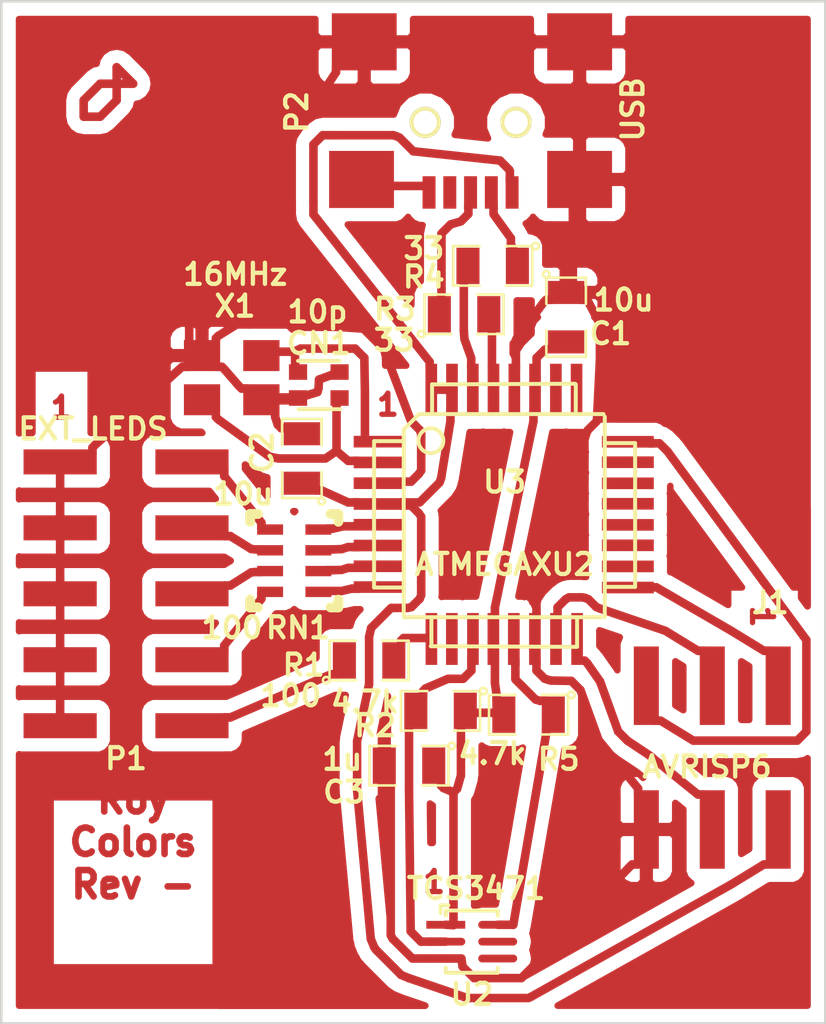
<source format=kicad_pcb>
(kicad_pcb (version 3) (host pcbnew "(2013-jul-07)-stable")

  (general
    (links 57)
    (no_connects 0)
    (area 37.014806 39.609076 69.277484 79.425001)
    (thickness 1.6)
    (drawings 9)
    (tracks 506)
    (zones 0)
    (modules 16)
    (nets 27)
  )

  (page User 152.4 152.4)
  (title_block 
    (title "Roy Color")
    (rev -)
  )

  (layers
    (15 F.Cu signal)
    (0 B.Cu signal)
    (16 B.Adhes user)
    (17 F.Adhes user)
    (18 B.Paste user)
    (19 F.Paste user)
    (20 B.SilkS user)
    (21 F.SilkS user)
    (22 B.Mask user)
    (23 F.Mask user)
    (24 Dwgs.User user)
    (25 Cmts.User user)
    (26 Eco1.User user)
    (27 Eco2.User user)
    (28 Edge.Cuts user)
  )

  (setup
    (last_trace_width 0.3302)
    (trace_clearance 0.2921)
    (zone_clearance 0.508)
    (zone_45_only no)
    (trace_min 0.254)
    (segment_width 0.2)
    (edge_width 0.1)
    (via_size 0.762)
    (via_drill 0.4572)
    (via_min_size 0.762)
    (via_min_drill 0.254)
    (uvia_size 0.508)
    (uvia_drill 0.127)
    (uvias_allowed no)
    (uvia_min_size 0.508)
    (uvia_min_drill 0.127)
    (pcb_text_width 0.3)
    (pcb_text_size 1.5 1.5)
    (mod_edge_width 0.15)
    (mod_text_size 0.8128 0.8128)
    (mod_text_width 0.1651)
    (pad_size 0.9652 2.8194)
    (pad_drill 0)
    (pad_to_mask_clearance 0.0508)
    (pad_to_paste_clearance -0.0508)
    (aux_axis_origin 0 0)
    (visible_elements FFFFFFBF)
    (pcbplotparams
      (layerselection 32768)
      (usegerberextensions false)
      (excludeedgelayer true)
      (linewidth 0.150000)
      (plotframeref false)
      (viasonmask false)
      (mode 1)
      (useauxorigin false)
      (hpglpennumber 1)
      (hpglpenspeed 20)
      (hpglpendiameter 15)
      (hpglpenoverlay 2)
      (psnegative false)
      (psa4output false)
      (plotreference true)
      (plotvalue true)
      (plotothertext true)
      (plotinvisibletext false)
      (padsonsilk false)
      (subtractmaskfromsilk false)
      (outputformat 2)
      (mirror false)
      (drillshape 0)
      (scaleselection 1)
      (outputdirectory ""))
  )

  (net 0 "")
  (net 1 +3.3V)
  (net 2 +5V)
  (net 3 GND)
  (net 4 N-000001)
  (net 5 N-0000010)
  (net 6 N-0000011)
  (net 7 N-0000012)
  (net 8 N-0000013)
  (net 9 N-0000014)
  (net 10 N-0000015)
  (net 11 N-0000017)
  (net 12 N-0000019)
  (net 13 N-000002)
  (net 14 N-0000022)
  (net 15 N-0000023)
  (net 16 N-0000024)
  (net 17 N-0000028)
  (net 18 N-000003)
  (net 19 N-0000030)
  (net 20 N-0000036)
  (net 21 N-000004)
  (net 22 N-000005)
  (net 23 N-000006)
  (net 24 N-000007)
  (net 25 N-000008)
  (net 26 N-000009)

  (net_class Default "This is the default net class."
    (clearance 0.2921)
    (trace_width 0.3302)
    (via_dia 0.762)
    (via_drill 0.4572)
    (uvia_dia 0.508)
    (uvia_drill 0.127)
    (add_net "")
    (add_net +3.3V)
    (add_net +5V)
    (add_net GND)
    (add_net N-000001)
    (add_net N-0000010)
    (add_net N-0000011)
    (add_net N-0000012)
    (add_net N-0000013)
    (add_net N-0000014)
    (add_net N-0000015)
    (add_net N-0000017)
    (add_net N-0000019)
    (add_net N-000002)
    (add_net N-0000022)
    (add_net N-0000023)
    (add_net N-0000024)
    (add_net N-0000028)
    (add_net N-000003)
    (add_net N-0000030)
    (add_net N-0000036)
    (add_net N-000004)
    (add_net N-000005)
    (add_net N-000006)
    (add_net N-000007)
    (add_net N-000008)
    (add_net N-000009)
  )

  (module SM0805 (layer F.Cu) (tedit 5488C839) (tstamp 5488C31C)
    (at 55.2958 52.05984)
    (path /5488E020)
    (attr smd)
    (fp_text reference R3 (at -2.667 -0.19304) (layer F.SilkS)
      (effects (font (size 0.8128 0.8128) (thickness 0.1651)))
    )
    (fp_text value 33 (at -2.6924 1.00076) (layer F.SilkS)
      (effects (font (size 0.8128 0.8128) (thickness 0.1651)))
    )
    (fp_circle (center -1.651 0.762) (end -1.651 0.635) (layer F.SilkS) (width 0.09906))
    (fp_line (start -0.508 0.762) (end -1.524 0.762) (layer F.SilkS) (width 0.09906))
    (fp_line (start -1.524 0.762) (end -1.524 -0.762) (layer F.SilkS) (width 0.09906))
    (fp_line (start -1.524 -0.762) (end -0.508 -0.762) (layer F.SilkS) (width 0.09906))
    (fp_line (start 0.508 -0.762) (end 1.524 -0.762) (layer F.SilkS) (width 0.09906))
    (fp_line (start 1.524 -0.762) (end 1.524 0.762) (layer F.SilkS) (width 0.09906))
    (fp_line (start 1.524 0.762) (end 0.508 0.762) (layer F.SilkS) (width 0.09906))
    (pad 1 smd rect (at -0.9525 0) (size 0.889 1.397)
      (layers F.Cu F.Paste F.Mask)
      (net 9 N-0000014)
    )
    (pad 2 smd rect (at 0.9525 0) (size 0.889 1.397)
      (layers F.Cu F.Paste F.Mask)
      (net 19 N-0000030)
    )
    (model smd/chip_cms.wrl
      (at (xyz 0 0 0))
      (scale (xyz 0.1 0.1 0.1))
      (rotate (xyz 0 0 0))
    )
  )

  (module SM0805 (layer F.Cu) (tedit 5488C834) (tstamp 5488C329)
    (at 56.39816 50.19548 180)
    (path /5488E02F)
    (attr smd)
    (fp_text reference R4 (at 2.65176 -0.42672 180) (layer F.SilkS)
      (effects (font (size 0.8128 0.8128) (thickness 0.1651)))
    )
    (fp_text value 33 (at 2.65176 0.66548 180) (layer F.SilkS)
      (effects (font (size 0.8128 0.8128) (thickness 0.1651)))
    )
    (fp_circle (center -1.651 0.762) (end -1.651 0.635) (layer F.SilkS) (width 0.09906))
    (fp_line (start -0.508 0.762) (end -1.524 0.762) (layer F.SilkS) (width 0.09906))
    (fp_line (start -1.524 0.762) (end -1.524 -0.762) (layer F.SilkS) (width 0.09906))
    (fp_line (start -1.524 -0.762) (end -0.508 -0.762) (layer F.SilkS) (width 0.09906))
    (fp_line (start 0.508 -0.762) (end 1.524 -0.762) (layer F.SilkS) (width 0.09906))
    (fp_line (start 1.524 -0.762) (end 1.524 0.762) (layer F.SilkS) (width 0.09906))
    (fp_line (start 1.524 0.762) (end 0.508 0.762) (layer F.SilkS) (width 0.09906))
    (pad 1 smd rect (at -0.9525 0 180) (size 0.889 1.397)
      (layers F.Cu F.Paste F.Mask)
      (net 12 N-0000019)
    )
    (pad 2 smd rect (at 0.9525 0 180) (size 0.889 1.397)
      (layers F.Cu F.Paste F.Mask)
      (net 17 N-0000028)
    )
    (model smd/chip_cms.wrl
      (at (xyz 0 0 0))
      (scale (xyz 0.1 0.1 0.1))
      (rotate (xyz 0 0 0))
    )
  )

  (module XTAL4P (layer F.Cu) (tedit 5488C84A) (tstamp 5488BCBA)
    (at 45.1998 53.6507)
    (path /53875DA0)
    (fp_text reference X1 (at 1.27 -1.905) (layer F.SilkS)
      (effects (font (size 0.8128 0.8128) (thickness 0.1651)))
    )
    (fp_text value 16MHz (at 1.2822 -3.1301) (layer F.SilkS)
      (effects (font (size 0.8128 0.8128) (thickness 0.1651)))
    )
    (pad 4 smd rect (at 0 0) (size 1.397 1.1938)
      (layers F.Cu F.Paste F.Mask)
      (net 3 GND)
    )
    (pad 1 smd rect (at 0 1.7018) (size 1.397 1.1938)
      (layers F.Cu F.Paste F.Mask)
      (net 20 N-0000036)
    )
    (pad 3 smd rect (at 2.286 1.7018) (size 1.397 1.1938)
      (layers F.Cu F.Paste F.Mask)
      (net 3 GND)
    )
    (pad 2 smd rect (at 2.286 0) (size 1.397 1.1938)
      (layers F.Cu F.Paste F.Mask)
      (net 6 N-0000011)
    )
  )

  (module USB-MiniBBig (layer F.Cu) (tedit 521064BD) (tstamp 5488BCCA)
    (at 55.5485 44.7663 180)
    (path /5488E4E2)
    (fp_text reference P2 (at 6.70052 0.50038 270) (layer F.SilkS)
      (effects (font (size 0.8128 0.8128) (thickness 0.1651)))
    )
    (fp_text value USB (at -6.25094 0.59944 270) (layer F.SilkS)
      (effects (font (size 0.8128 0.8128) (thickness 0.1651)))
    )
    (fp_text user H2959CT-ND (at 0.29972 0.55118 180) (layer F.SilkS) hide
      (effects (font (size 0.8128 0.8128) (thickness 0.1651)))
    )
    (pad 9 smd rect (at 4.09956 3.2004 180) (size 2.49936 2.19964)
      (layers F.Cu F.Paste F.Mask)
      (net 3 GND)
    )
    (pad 8 smd rect (at -4.20116 3.2004 180) (size 2.49936 2.19964)
      (layers F.Cu F.Paste F.Mask)
      (net 3 GND)
    )
    (pad 7 smd rect (at 4.2037 -2.10058 180) (size 2.49936 2.19964)
      (layers F.Cu F.Paste F.Mask)
      (net 11 N-0000017)
    )
    (pad 4 smd rect (at 0.80264 -2.60096 180) (size 0.50038 1.24968)
      (layers F.Cu F.Paste F.Mask)
    )
    (pad 3 smd rect (at 0.00254 -2.60096 180) (size 0.50038 1.24968)
      (layers F.Cu F.Paste F.Mask)
      (net 9 N-0000014)
    )
    (pad 5 smd rect (at 1.60274 -2.60096 180) (size 0.50038 1.24968)
      (layers F.Cu F.Paste F.Mask)
      (net 11 N-0000017)
    )
    (pad 2 smd rect (at -0.79756 -2.60096 180) (size 0.50038 1.24968)
      (layers F.Cu F.Paste F.Mask)
      (net 12 N-0000019)
    )
    (pad 1 smd rect (at -1.59766 -2.60096 180) (size 0.50038 1.24968)
      (layers F.Cu F.Paste F.Mask)
      (net 2 +5V)
    )
    (pad 6 smd rect (at -4.19862 -2.10058 180) (size 2.49936 2.19964)
      (layers F.Cu F.Paste F.Mask)
      (net 3 GND)
    )
    (pad "" thru_hole circle (at -1.75006 0.09906 180) (size 1.19888 1.19888) (drill 0.89916)
      (layers *.Cu *.Mask F.SilkS)
    )
    (pad "" thru_hole circle (at 1.75006 0.09906 180) (size 1.19888 1.19888) (drill 0.89916)
      (layers *.Cu *.Mask F.SilkS)
    )
  )

  (module TQFP32 (layer F.Cu) (tedit 43A670DA) (tstamp 5488BD00)
    (at 56.8568 59.7903)
    (path /53875A45)
    (fp_text reference U3 (at 0 -1.27) (layer F.SilkS)
      (effects (font (size 0.8128 0.8128) (thickness 0.1651)))
    )
    (fp_text value ATMEGAXU2 (at 0 1.905) (layer F.SilkS)
      (effects (font (size 0.8128 0.8128) (thickness 0.1651)))
    )
    (fp_line (start 5.0292 2.7686) (end 3.8862 2.7686) (layer F.SilkS) (width 0.1524))
    (fp_line (start 5.0292 -2.7686) (end 3.9116 -2.7686) (layer F.SilkS) (width 0.1524))
    (fp_line (start 5.0292 2.7686) (end 5.0292 -2.7686) (layer F.SilkS) (width 0.1524))
    (fp_line (start 2.794 3.9624) (end 2.794 5.0546) (layer F.SilkS) (width 0.1524))
    (fp_line (start -2.8194 3.9878) (end -2.8194 5.0546) (layer F.SilkS) (width 0.1524))
    (fp_line (start -2.8448 5.0546) (end 2.794 5.08) (layer F.SilkS) (width 0.1524))
    (fp_line (start -2.794 -5.0292) (end 2.7178 -5.0546) (layer F.SilkS) (width 0.1524))
    (fp_line (start -3.8862 -3.2766) (end -3.8862 3.9116) (layer F.SilkS) (width 0.1524))
    (fp_line (start 2.7432 -5.0292) (end 2.7432 -3.9878) (layer F.SilkS) (width 0.1524))
    (fp_line (start -3.2512 -3.8862) (end 3.81 -3.8862) (layer F.SilkS) (width 0.1524))
    (fp_line (start 3.8608 3.937) (end 3.8608 -3.7846) (layer F.SilkS) (width 0.1524))
    (fp_line (start -3.8862 3.937) (end 3.7338 3.937) (layer F.SilkS) (width 0.1524))
    (fp_line (start -5.0292 -2.8448) (end -5.0292 2.794) (layer F.SilkS) (width 0.1524))
    (fp_line (start -5.0292 2.794) (end -3.8862 2.794) (layer F.SilkS) (width 0.1524))
    (fp_line (start -3.87604 -3.302) (end -3.29184 -3.8862) (layer F.SilkS) (width 0.1524))
    (fp_line (start -5.02412 -2.8448) (end -3.87604 -2.8448) (layer F.SilkS) (width 0.1524))
    (fp_line (start -2.794 -3.8862) (end -2.794 -5.03428) (layer F.SilkS) (width 0.1524))
    (fp_circle (center -2.83972 -2.86004) (end -2.43332 -2.60604) (layer F.SilkS) (width 0.1524))
    (pad 8 smd rect (at -4.81584 2.77622) (size 1.99898 0.44958)
      (layers F.Cu F.Paste F.Mask)
      (net 7 N-0000012)
    )
    (pad 7 smd rect (at -4.81584 1.97612) (size 1.99898 0.44958)
      (layers F.Cu F.Paste F.Mask)
      (net 8 N-0000013)
    )
    (pad 6 smd rect (at -4.81584 1.17602) (size 1.99898 0.44958)
      (layers F.Cu F.Paste F.Mask)
      (net 23 N-000006)
    )
    (pad 5 smd rect (at -4.81584 0.37592) (size 1.99898 0.44958)
      (layers F.Cu F.Paste F.Mask)
      (net 24 N-000007)
    )
    (pad 4 smd rect (at -4.81584 -0.42418) (size 1.99898 0.44958)
      (layers F.Cu F.Paste F.Mask)
      (net 2 +5V)
    )
    (pad 3 smd rect (at -4.81584 -1.22428) (size 1.99898 0.44958)
      (layers F.Cu F.Paste F.Mask)
      (net 3 GND)
    )
    (pad 2 smd rect (at -4.81584 -2.02438) (size 1.99898 0.44958)
      (layers F.Cu F.Paste F.Mask)
      (net 20 N-0000036)
    )
    (pad 1 smd rect (at -4.81584 -2.82448) (size 1.99898 0.44958)
      (layers F.Cu F.Paste F.Mask)
      (net 6 N-0000011)
    )
    (pad 24 smd rect (at 4.7498 -2.8194) (size 1.99898 0.44958)
      (layers F.Cu F.Paste F.Mask)
      (net 25 N-000008)
    )
    (pad 17 smd rect (at 4.7498 2.794) (size 1.99898 0.44958)
      (layers F.Cu F.Paste F.Mask)
      (net 26 N-000009)
    )
    (pad 18 smd rect (at 4.7498 1.9812) (size 1.99898 0.44958)
      (layers F.Cu F.Paste F.Mask)
    )
    (pad 19 smd rect (at 4.7498 1.1684) (size 1.99898 0.44958)
      (layers F.Cu F.Paste F.Mask)
    )
    (pad 20 smd rect (at 4.7498 0.381) (size 1.99898 0.44958)
      (layers F.Cu F.Paste F.Mask)
    )
    (pad 21 smd rect (at 4.7498 -0.4318) (size 1.99898 0.44958)
      (layers F.Cu F.Paste F.Mask)
    )
    (pad 22 smd rect (at 4.7498 -1.2192) (size 1.99898 0.44958)
      (layers F.Cu F.Paste F.Mask)
    )
    (pad 23 smd rect (at 4.7498 -2.032) (size 1.99898 0.44958)
      (layers F.Cu F.Paste F.Mask)
    )
    (pad 32 smd rect (at -2.82448 -4.826) (size 0.44958 1.99898)
      (layers F.Cu F.Paste F.Mask)
      (net 2 +5V)
    )
    (pad 31 smd rect (at -2.02692 -4.826) (size 0.44958 1.99898)
      (layers F.Cu F.Paste F.Mask)
      (net 2 +5V)
    )
    (pad 30 smd rect (at -1.22428 -4.826) (size 0.44958 1.99898)
      (layers F.Cu F.Paste F.Mask)
      (net 17 N-0000028)
    )
    (pad 29 smd rect (at -0.42672 -4.826) (size 0.44958 1.99898)
      (layers F.Cu F.Paste F.Mask)
      (net 19 N-0000030)
    )
    (pad 28 smd rect (at 0.37592 -4.826) (size 0.44958 1.99898)
      (layers F.Cu F.Paste F.Mask)
      (net 3 GND)
    )
    (pad 27 smd rect (at 1.17348 -4.826) (size 0.44958 1.99898)
      (layers F.Cu F.Paste F.Mask)
      (net 1 +3.3V)
    )
    (pad 26 smd rect (at 1.97612 -4.826) (size 0.44958 1.99898)
      (layers F.Cu F.Paste F.Mask)
    )
    (pad 25 smd rect (at 2.77368 -4.826) (size 0.44958 1.99898)
      (layers F.Cu F.Paste F.Mask)
    )
    (pad 9 smd rect (at -2.8194 4.7752) (size 0.44958 1.99898)
      (layers F.Cu F.Paste F.Mask)
      (net 5 N-0000010)
    )
    (pad 10 smd rect (at -2.032 4.7752) (size 0.44958 1.99898)
      (layers F.Cu F.Paste F.Mask)
    )
    (pad 11 smd rect (at -1.2192 4.7752) (size 0.44958 1.99898)
      (layers F.Cu F.Paste F.Mask)
      (net 15 N-0000023)
    )
    (pad 12 smd rect (at -0.4318 4.7752) (size 0.44958 1.99898)
      (layers F.Cu F.Paste F.Mask)
      (net 1 +3.3V)
    )
    (pad 13 smd rect (at 0.3556 4.7752) (size 0.44958 1.99898)
      (layers F.Cu F.Paste F.Mask)
      (net 14 N-0000022)
    )
    (pad 14 smd rect (at 1.1684 4.7752) (size 0.44958 1.99898)
      (layers F.Cu F.Paste F.Mask)
      (net 3 GND)
    )
    (pad 15 smd rect (at 1.9812 4.7752) (size 0.44958 1.99898)
      (layers F.Cu F.Paste F.Mask)
      (net 10 N-0000015)
    )
    (pad 16 smd rect (at 2.794 4.7752) (size 0.44958 1.99898)
      (layers F.Cu F.Paste F.Mask)
      (net 16 N-0000024)
    )
    (model smd/tqfp32.wrl
      (at (xyz 0 0 0))
      (scale (xyz 1 1 1))
      (rotate (xyz 0 0 0))
    )
  )

  (module SM0805 (layer F.Cu) (tedit 5488C83D) (tstamp 5488BD0D)
    (at 59.2279 52.1721 270)
    (path /5488C093)
    (attr smd)
    (fp_text reference C1 (at 0.6345 -1.7067 360) (layer F.SilkS)
      (effects (font (size 0.8128 0.8128) (thickness 0.1651)))
    )
    (fp_text value 10u (at -0.6609 -2.2147 360) (layer F.SilkS)
      (effects (font (size 0.8128 0.8128) (thickness 0.1651)))
    )
    (fp_circle (center -1.651 0.762) (end -1.651 0.635) (layer F.SilkS) (width 0.09906))
    (fp_line (start -0.508 0.762) (end -1.524 0.762) (layer F.SilkS) (width 0.09906))
    (fp_line (start -1.524 0.762) (end -1.524 -0.762) (layer F.SilkS) (width 0.09906))
    (fp_line (start -1.524 -0.762) (end -0.508 -0.762) (layer F.SilkS) (width 0.09906))
    (fp_line (start 0.508 -0.762) (end 1.524 -0.762) (layer F.SilkS) (width 0.09906))
    (fp_line (start 1.524 -0.762) (end 1.524 0.762) (layer F.SilkS) (width 0.09906))
    (fp_line (start 1.524 0.762) (end 0.508 0.762) (layer F.SilkS) (width 0.09906))
    (pad 1 smd rect (at -0.9525 0 270) (size 0.889 1.397)
      (layers F.Cu F.Paste F.Mask)
      (net 3 GND)
    )
    (pad 2 smd rect (at 0.9525 0 270) (size 0.889 1.397)
      (layers F.Cu F.Paste F.Mask)
      (net 1 +3.3V)
    )
    (model smd/chip_cms.wrl
      (at (xyz 0 0 0))
      (scale (xyz 0.1 0.1 0.1))
      (rotate (xyz 0 0 0))
    )
  )

  (module SM0805 (layer F.Cu) (tedit 5488C8A9) (tstamp 5488BD1A)
    (at 53.1747 69.4458 180)
    (path /5488C4AB)
    (attr smd)
    (fp_text reference C3 (at 2.5017 -1.01888 180) (layer F.SilkS)
      (effects (font (size 0.8128 0.8128) (thickness 0.1651)))
    )
    (fp_text value 1u (at 2.57282 0.24604 180) (layer F.SilkS)
      (effects (font (size 0.8128 0.8128) (thickness 0.1651)))
    )
    (fp_circle (center -1.651 0.762) (end -1.651 0.635) (layer F.SilkS) (width 0.09906))
    (fp_line (start -0.508 0.762) (end -1.524 0.762) (layer F.SilkS) (width 0.09906))
    (fp_line (start -1.524 0.762) (end -1.524 -0.762) (layer F.SilkS) (width 0.09906))
    (fp_line (start -1.524 -0.762) (end -0.508 -0.762) (layer F.SilkS) (width 0.09906))
    (fp_line (start 0.508 -0.762) (end 1.524 -0.762) (layer F.SilkS) (width 0.09906))
    (fp_line (start 1.524 -0.762) (end 1.524 0.762) (layer F.SilkS) (width 0.09906))
    (fp_line (start 1.524 0.762) (end 0.508 0.762) (layer F.SilkS) (width 0.09906))
    (pad 1 smd rect (at -0.9525 0 180) (size 0.889 1.397)
      (layers F.Cu F.Paste F.Mask)
      (net 1 +3.3V)
    )
    (pad 2 smd rect (at 0.9525 0 180) (size 0.889 1.397)
      (layers F.Cu F.Paste F.Mask)
      (net 3 GND)
    )
    (model smd/chip_cms.wrl
      (at (xyz 0 0 0))
      (scale (xyz 0.1 0.1 0.1))
      (rotate (xyz 0 0 0))
    )
  )

  (module SM0805 (layer F.Cu) (tedit 5488C871) (tstamp 5488BD27)
    (at 49.0471 57.614 90)
    (path /5488C5DD)
    (attr smd)
    (fp_text reference C2 (at 0.2354 -1.53386 90) (layer F.SilkS)
      (effects (font (size 0.8128 0.8128) (thickness 0.1651)))
    )
    (fp_text value 10u (at -1.3648 -2.2603 180) (layer F.SilkS)
      (effects (font (size 0.8128 0.8128) (thickness 0.1651)))
    )
    (fp_circle (center -1.651 0.762) (end -1.651 0.635) (layer F.SilkS) (width 0.09906))
    (fp_line (start -0.508 0.762) (end -1.524 0.762) (layer F.SilkS) (width 0.09906))
    (fp_line (start -1.524 0.762) (end -1.524 -0.762) (layer F.SilkS) (width 0.09906))
    (fp_line (start -1.524 -0.762) (end -0.508 -0.762) (layer F.SilkS) (width 0.09906))
    (fp_line (start 0.508 -0.762) (end 1.524 -0.762) (layer F.SilkS) (width 0.09906))
    (fp_line (start 1.524 -0.762) (end 1.524 0.762) (layer F.SilkS) (width 0.09906))
    (fp_line (start 1.524 0.762) (end 0.508 0.762) (layer F.SilkS) (width 0.09906))
    (pad 1 smd rect (at -0.9525 0 90) (size 0.889 1.397)
      (layers F.Cu F.Paste F.Mask)
      (net 2 +5V)
    )
    (pad 2 smd rect (at 0.9525 0 90) (size 0.889 1.397)
      (layers F.Cu F.Paste F.Mask)
      (net 3 GND)
    )
    (model smd/chip_cms.wrl
      (at (xyz 0 0 0))
      (scale (xyz 0.1 0.1 0.1))
      (rotate (xyz 0 0 0))
    )
  )

  (module SM0805 (layer F.Cu) (tedit 5488C8A5) (tstamp 5488BD34)
    (at 54.3897 67.3345 180)
    (path /5488CD0B)
    (attr smd)
    (fp_text reference R2 (at 2.51782 -0.56986 180) (layer F.SilkS)
      (effects (font (size 0.8128 0.8128) (thickness 0.1651)))
    )
    (fp_text value 4.7k (at 2.91406 0.33946 180) (layer F.SilkS)
      (effects (font (size 0.8128 0.8128) (thickness 0.1651)))
    )
    (fp_circle (center -1.651 0.762) (end -1.651 0.635) (layer F.SilkS) (width 0.09906))
    (fp_line (start -0.508 0.762) (end -1.524 0.762) (layer F.SilkS) (width 0.09906))
    (fp_line (start -1.524 0.762) (end -1.524 -0.762) (layer F.SilkS) (width 0.09906))
    (fp_line (start -1.524 -0.762) (end -0.508 -0.762) (layer F.SilkS) (width 0.09906))
    (fp_line (start 0.508 -0.762) (end 1.524 -0.762) (layer F.SilkS) (width 0.09906))
    (fp_line (start 1.524 -0.762) (end 1.524 0.762) (layer F.SilkS) (width 0.09906))
    (fp_line (start 1.524 0.762) (end 0.508 0.762) (layer F.SilkS) (width 0.09906))
    (pad 1 smd rect (at -0.9525 0 180) (size 0.889 1.397)
      (layers F.Cu F.Paste F.Mask)
      (net 1 +3.3V)
    )
    (pad 2 smd rect (at 0.9525 0 180) (size 0.889 1.397)
      (layers F.Cu F.Paste F.Mask)
      (net 15 N-0000023)
    )
    (model smd/chip_cms.wrl
      (at (xyz 0 0 0))
      (scale (xyz 0.1 0.1 0.1))
      (rotate (xyz 0 0 0))
    )
  )

  (module SM0805 (layer F.Cu) (tedit 5488C8AB) (tstamp 5488BD41)
    (at 57.7806 67.4823 180)
    (path /5488CE60)
    (attr smd)
    (fp_text reference R5 (at -1.16264 -1.71746 180) (layer F.SilkS)
      (effects (font (size 0.8128 0.8128) (thickness 0.1651)))
    )
    (fp_text value 4.7k (at 1.39768 -1.49902 180) (layer F.SilkS)
      (effects (font (size 0.8128 0.8128) (thickness 0.1651)))
    )
    (fp_circle (center -1.651 0.762) (end -1.651 0.635) (layer F.SilkS) (width 0.09906))
    (fp_line (start -0.508 0.762) (end -1.524 0.762) (layer F.SilkS) (width 0.09906))
    (fp_line (start -1.524 0.762) (end -1.524 -0.762) (layer F.SilkS) (width 0.09906))
    (fp_line (start -1.524 -0.762) (end -0.508 -0.762) (layer F.SilkS) (width 0.09906))
    (fp_line (start 0.508 -0.762) (end 1.524 -0.762) (layer F.SilkS) (width 0.09906))
    (fp_line (start 1.524 -0.762) (end 1.524 0.762) (layer F.SilkS) (width 0.09906))
    (fp_line (start 1.524 0.762) (end 0.508 0.762) (layer F.SilkS) (width 0.09906))
    (pad 1 smd rect (at -0.9525 0 180) (size 0.889 1.397)
      (layers F.Cu F.Paste F.Mask)
      (net 14 N-0000022)
    )
    (pad 2 smd rect (at 0.9525 0 180) (size 0.889 1.397)
      (layers F.Cu F.Paste F.Mask)
      (net 1 +3.3V)
    )
    (model smd/chip_cms.wrl
      (at (xyz 0 0 0))
      (scale (xyz 0.1 0.1 0.1))
      (rotate (xyz 0 0 0))
    )
  )

  (module RIBBON6SMT (layer F.Cu) (tedit 5488C766) (tstamp 5488BD4B)
    (at 67.3989 71.9039 180)
    (path /5387602C)
    (fp_text reference J1 (at 0.30226 8.7341 180) (layer F.SilkS)
      (effects (font (size 0.8128 0.8128) (thickness 0.1651)))
    )
    (fp_text value AVRISP6 (at 2.74066 2.4095 180) (layer F.SilkS)
      (effects (font (size 0.8128 0.8128) (thickness 0.1651)))
    )
    (pad 2 smd rect (at 0 0 180) (size 0.9652 3.0226)
      (layers F.Cu F.Paste F.Mask)
      (net 2 +5V)
    )
    (pad 4 smd rect (at 2.54 0 180) (size 0.9652 3.0226)
      (layers F.Cu F.Paste F.Mask)
      (net 16 N-0000024)
    )
    (pad 6 smd rect (at 5.08 0 180) (size 0.9652 3.0226)
      (layers F.Cu F.Paste F.Mask)
      (net 3 GND)
    )
    (pad 1 smd rect (at 0 5.5372 180) (size 0.9652 3.0226)
      (layers F.Cu F.Paste F.Mask)
      (net 26 N-000009)
    )
    (pad 3 smd rect (at 2.54 5.5372 180) (size 0.9652 3.0226)
      (layers F.Cu F.Paste F.Mask)
      (net 10 N-0000015)
    )
    (pad 5 smd rect (at 5.08 5.5372 180) (size 0.9652 3.0226)
      (layers F.Cu F.Paste F.Mask)
      (net 25 N-000008)
    )
  )

  (module NETWORK1206 (layer F.Cu) (tedit 5488D3DE) (tstamp 5488BD5F)
    (at 48.752 61.551 270)
    (path /5488AECB)
    (fp_text reference RN1 (at 2.584 -0.143 360) (layer F.SilkS)
      (effects (font (size 0.8128 0.8128) (thickness 0.1651)))
    )
    (fp_text value 100 (at 2.584 2.397 360) (layer F.SilkS)
      (effects (font (size 0.8128 0.8128) (thickness 0.1651)))
    )
    (fp_line (start 1.8 1.4) (end 1.8 1.7) (layer F.SilkS) (width 0.381))
    (fp_line (start 1.8 1.7) (end 1.5 1.7) (layer F.SilkS) (width 0.381))
    (fp_line (start -1.8 -1.4) (end -1.8 -1.7) (layer F.SilkS) (width 0.381))
    (fp_line (start -1.8 -1.7) (end -1.5 -1.7) (layer F.SilkS) (width 0.381))
    (fp_line (start 1.5 -1.7) (end 1.8 -1.7) (layer F.SilkS) (width 0.381))
    (fp_line (start 1.8 -1.7) (end 1.8 -1.4) (layer F.SilkS) (width 0.381))
    (fp_line (start -1.8 1.4) (end -1.8 1.7) (layer F.SilkS) (width 0.381))
    (fp_line (start -1.8 1.7) (end -1.5 1.7) (layer F.SilkS) (width 0.381))
    (pad 1 smd rect (at -1.2 0.93 270) (size 0.4 1)
      (layers F.Cu F.Paste F.Mask)
      (net 22 N-000005)
    )
    (pad 2 smd rect (at -0.4 0.93 270) (size 0.4 1)
      (layers F.Cu F.Paste F.Mask)
      (net 21 N-000004)
    )
    (pad 3 smd rect (at 0.4 0.93 270) (size 0.4 1)
      (layers F.Cu F.Paste F.Mask)
      (net 18 N-000003)
    )
    (pad 4 smd rect (at 1.2 0.93 270) (size 0.4 1)
      (layers F.Cu F.Paste F.Mask)
      (net 13 N-000002)
    )
    (pad 5 smd rect (at 1.2 -0.93 270) (size 0.4 1)
      (layers F.Cu F.Paste F.Mask)
      (net 7 N-0000012)
    )
    (pad 6 smd rect (at 0.4 -0.93 270) (size 0.4 1)
      (layers F.Cu F.Paste F.Mask)
      (net 8 N-0000013)
    )
    (pad 7 smd rect (at -0.4 -0.93 270) (size 0.4 1)
      (layers F.Cu F.Paste F.Mask)
      (net 23 N-000006)
    )
    (pad 8 smd rect (at -1.2 -0.93 270) (size 0.4 1)
      (layers F.Cu F.Paste F.Mask)
      (net 24 N-000007)
    )
  )

  (module NETWORK0606 (layer F.Cu) (tedit 5488C846) (tstamp 5488BD69)
    (at 49.6987 54.7851)
    (path /5488B1EC)
    (fp_text reference CN1 (at 0 -1.6) (layer F.SilkS)
      (effects (font (size 0.8128 0.8128) (thickness 0.1651)))
    )
    (fp_text value 10p (at -0.05186 -2.8167) (layer F.SilkS)
      (effects (font (size 0.8128 0.8128) (thickness 0.1651)))
    )
    (fp_line (start 0.8 -0.93) (end -0.8 -0.93) (layer F.SilkS) (width 0.15))
    (fp_line (start -0.78 0.93) (end 0.82 0.93) (layer F.SilkS) (width 0.15))
    (pad 1 smd rect (at -0.8 -0.5) (size 0.7 0.6)
      (layers F.Cu F.Paste F.Mask)
      (net 6 N-0000011)
    )
    (pad 2 smd rect (at 0.8 -0.5) (size 0.7 0.6)
      (layers F.Cu F.Paste F.Mask)
      (net 3 GND)
    )
    (pad 3 smd rect (at -0.8 0.5) (size 0.7 0.6)
      (layers F.Cu F.Paste F.Mask)
      (net 3 GND)
    )
    (pad 4 smd rect (at 0.8 0.5) (size 0.7 0.6)
      (layers F.Cu F.Paste F.Mask)
      (net 20 N-0000036)
    )
  )

  (module DFN6 (layer F.Cu) (tedit 5488C87A) (tstamp 5488BD85)
    (at 55.5923 76.224)
    (path /5488BE57)
    (fp_text reference U2 (at 0.0083 2.02832) (layer F.SilkS)
      (effects (font (size 0.8128 0.8128) (thickness 0.1651)))
    )
    (fp_text value TCS3471 (at 0.16578 -2.04584) (layer F.SilkS)
      (effects (font (size 0.8128 0.8128) (thickness 0.1651)))
    )
    (fp_line (start -1.2 -1.1) (end -1.2 -1.4) (layer F.SilkS) (width 0.15))
    (fp_line (start -1.2 -1.4) (end -0.9 -1.4) (layer F.SilkS) (width 0.15))
    (fp_line (start 1 1) (end 1 1.2) (layer F.SilkS) (width 0.15))
    (fp_line (start 1 1.2) (end -1 1.2) (layer F.SilkS) (width 0.15))
    (fp_line (start -1 1.2) (end -1 1) (layer F.SilkS) (width 0.15))
    (fp_line (start -1 -1) (end -1 -1.2) (layer F.SilkS) (width 0.15))
    (fp_line (start -1 -1.2) (end 1 -1.2) (layer F.SilkS) (width 0.15))
    (fp_line (start 1 -1.2) (end 1 -1) (layer F.SilkS) (width 0.15))
    (pad 1 smd rect (at -1 -0.65) (size 1.5 0.3)
      (layers F.Cu F.Paste F.Mask)
      (net 1 +3.3V)
    )
    (pad 2 smd oval (at -1 0) (size 1.5 0.3)
      (layers F.Cu F.Paste F.Mask)
      (net 15 N-0000023)
    )
    (pad 3 smd oval (at -1 0.65) (size 1.5 0.3)
      (layers F.Cu F.Paste F.Mask)
      (net 3 GND)
    )
    (pad 4 smd oval (at 1 0.65) (size 1.5 0.3)
      (layers F.Cu F.Paste F.Mask)
    )
    (pad 5 smd oval (at 1 0) (size 1.5 0.3)
      (layers F.Cu F.Paste F.Mask)
    )
    (pad 6 smd oval (at 1 -0.65) (size 1.5 0.3)
      (layers F.Cu F.Paste F.Mask)
      (net 14 N-0000022)
    )
  )

  (module SM0805 (layer F.Cu) (tedit 5488C884) (tstamp 5488BE1A)
    (at 51.6369 65.393)
    (path /5488B4A7)
    (attr smd)
    (fp_text reference R1 (at -2.52346 0.17964) (layer F.SilkS)
      (effects (font (size 0.8128 0.8128) (thickness 0.1651)))
    )
    (fp_text value 100 (at -3.0213 1.3582) (layer F.SilkS)
      (effects (font (size 0.8128 0.8128) (thickness 0.1651)))
    )
    (fp_circle (center -1.651 0.762) (end -1.651 0.635) (layer F.SilkS) (width 0.09906))
    (fp_line (start -0.508 0.762) (end -1.524 0.762) (layer F.SilkS) (width 0.09906))
    (fp_line (start -1.524 0.762) (end -1.524 -0.762) (layer F.SilkS) (width 0.09906))
    (fp_line (start -1.524 -0.762) (end -0.508 -0.762) (layer F.SilkS) (width 0.09906))
    (fp_line (start 0.508 -0.762) (end 1.524 -0.762) (layer F.SilkS) (width 0.09906))
    (fp_line (start 1.524 -0.762) (end 1.524 0.762) (layer F.SilkS) (width 0.09906))
    (fp_line (start 1.524 0.762) (end 0.508 0.762) (layer F.SilkS) (width 0.09906))
    (pad 1 smd rect (at -0.9525 0) (size 0.889 1.397)
      (layers F.Cu F.Paste F.Mask)
      (net 4 N-000001)
    )
    (pad 2 smd rect (at 0.9525 0) (size 0.889 1.397)
      (layers F.Cu F.Paste F.Mask)
      (net 5 N-0000010)
    )
    (model smd/chip_cms.wrl
      (at (xyz 0 0 0))
      (scale (xyz 0.1 0.1 0.1))
      (rotate (xyz 0 0 0))
    )
  )

  (module RIBBON10SMT (layer F.Cu) (tedit 5488BD47) (tstamp 5488BE28)
    (at 42.2719 61.5558 270)
    (path /5488B520)
    (fp_text reference P1 (at 7.62 0 360) (layer F.SilkS)
      (effects (font (size 0.8128 0.8128) (thickness 0.1651)))
    )
    (fp_text value EXT_LEDS (at -5.08 1.27 360) (layer F.SilkS)
      (effects (font (size 0.8128 0.8128) (thickness 0.1651)))
    )
    (pad 1 smd trapezoid (at -3.81 2.54 270) (size 0.9652 2.8194)
      (layers F.Cu F.Paste F.Mask)
      (net 3 GND)
    )
    (pad 2 smd trapezoid (at -3.81 -2.54 270) (size 0.9652 2.8194)
      (layers F.Cu F.Paste F.Mask)
      (net 22 N-000005)
    )
    (pad 3 smd trapezoid (at -1.27 2.54 270) (size 0.9652 2.8194)
      (layers F.Cu F.Paste F.Mask)
      (net 3 GND)
    )
    (pad 4 smd trapezoid (at -1.27 -2.54 270) (size 0.9652 2.8194)
      (layers F.Cu F.Paste F.Mask)
      (net 21 N-000004)
    )
    (pad 5 smd trapezoid (at 1.27 2.54 270) (size 0.9652 2.8194)
      (layers F.Cu F.Paste F.Mask)
      (net 3 GND)
    )
    (pad 6 smd trapezoid (at 1.27 -2.54 270) (size 0.9652 2.8194)
      (layers F.Cu F.Paste F.Mask)
      (net 18 N-000003)
    )
    (pad 7 smd trapezoid (at 3.81 2.54 270) (size 0.9652 2.8194)
      (layers F.Cu F.Paste F.Mask)
      (net 3 GND)
    )
    (pad 8 smd trapezoid (at 3.81 -2.54 270) (size 0.9652 2.8194)
      (layers F.Cu F.Paste F.Mask)
      (net 13 N-000002)
    )
    (pad 9 smd trapezoid (at 6.35 2.54 270) (size 0.9652 2.8194)
      (layers F.Cu F.Paste F.Mask)
      (net 3 GND)
    )
    (pad 10 smd trapezoid (at 6.35 -2.54 270) (size 0.9652 2.8194)
      (layers F.Cu F.Paste F.Mask)
      (net 4 N-000001)
    )
  )

  (gr_text "Roy\nColors\nRev -" (at 42.545 72.39) (layer F.Cu)
    (effects (font (size 1.016 1.016) (thickness 0.254)))
  )
  (gr_line (start 37.465 79.375) (end 37.465 40.005) (angle 90) (layer Edge.Cuts) (width 0.1))
  (gr_line (start 69.215 79.375) (end 37.465 79.375) (angle 90) (layer Edge.Cuts) (width 0.1))
  (gr_line (start 69.215 40.005) (end 69.215 79.375) (angle 90) (layer Edge.Cuts) (width 0.1))
  (gr_line (start 37.465 40.005) (end 69.215 40.005) (angle 90) (layer Edge.Cuts) (width 0.1))
  (gr_text 1 (at 52.35956 55.54472) (layer F.Cu)
    (effects (font (size 0.8128 0.8128) (thickness 0.2032)))
  )
  (gr_text 1 (at 39.78656 55.65648) (layer F.Cu)
    (effects (font (size 0.8128 0.8128) (thickness 0.2032)))
  )
  (gr_text 1 (at 66.7766 63.7032 270) (layer F.Cu)
    (effects (font (size 0.8128 0.8128) (thickness 0.2032)))
  )
  (gr_text 1 (at 54.14264 73.92924) (layer F.Cu)
    (effects (font (size 0.8128 0.8128) (thickness 0.2032)))
  )

  (segment (start 40.64 44.45) (end 40.64 43.815) (width 0.3302) (layer F.Cu) (net 0) (tstamp 5488CB44))
  (segment (start 40.64 43.815) (end 41.275 43.18) (width 0.3302) (layer F.Cu) (net 0) (tstamp 5488CB45))
  (segment (start 41.275 43.18) (end 41.91 43.18) (width 0.3302) (layer F.Cu) (net 0) (tstamp 5488CB46))
  (segment (start 41.91 43.18) (end 41.91 42.545) (width 0.3302) (layer F.Cu) (net 0) (tstamp 5488CB47))
  (segment (start 41.91 42.545) (end 42.545 43.18) (width 0.3302) (layer F.Cu) (net 0) (tstamp 5488CB48))
  (segment (start 42.545 43.18) (end 41.91 43.18) (width 0.3302) (layer F.Cu) (net 0) (tstamp 5488CB49))
  (segment (start 41.91 43.18) (end 41.91 43.815) (width 0.3302) (layer F.Cu) (net 0) (tstamp 5488CB4A))
  (segment (start 41.91 43.815) (end 41.275 44.45) (width 0.3302) (layer F.Cu) (net 0) (tstamp 5488CB4B))
  (segment (start 41.275 44.45) (end 40.64 44.45) (width 0.3302) (layer F.Cu) (net 0) (tstamp 5488CB4C))
  (segment (start 54.888 75.424) (end 54.888 70.4748) (width 0.3302) (layer F.Cu) (net 1))
  (segment (start 54.888 75.5891) (end 54.888 75.424) (width 0.3302) (layer F.Cu) (net 1))
  (segment (start 54.5923 75.574) (end 54.888 75.5891) (width 0.3302) (layer F.Cu) (net 1))
  (segment (start 58.6945 53.404) (end 59.2279 53.1246) (width 0.3302) (layer F.Cu) (net 1))
  (segment (start 58.5294 53.404) (end 58.6945 53.404) (width 0.3302) (layer F.Cu) (net 1))
  (segment (start 58.461 53.404) (end 58.5294 53.404) (width 0.3302) (layer F.Cu) (net 1))
  (segment (start 58.4085 53.4211) (end 58.461 53.404) (width 0.3302) (layer F.Cu) (net 1))
  (segment (start 58.09 53.7396) (end 58.4085 53.4211) (width 0.3302) (layer F.Cu) (net 1))
  (segment (start 58.09 53.9648) (end 58.09 53.7396) (width 0.3302) (layer F.Cu) (net 1))
  (segment (start 58.09 54.1299) (end 58.09 53.9648) (width 0.3302) (layer F.Cu) (net 1))
  (segment (start 58.0303 54.9643) (end 58.09 54.1299) (width 0.3302) (layer F.Cu) (net 1))
  (segment (start 57.9706 55.7987) (end 58.0303 54.9643) (width 0.3302) (layer F.Cu) (net 1))
  (segment (start 57.9706 55.9638) (end 57.9706 55.7987) (width 0.3302) (layer F.Cu) (net 1))
  (segment (start 57.9706 56.1763) (end 57.9706 55.9638) (width 0.3302) (layer F.Cu) (net 1))
  (segment (start 56.4847 63.3577) (end 57.9706 56.1763) (width 0.3302) (layer F.Cu) (net 1))
  (segment (start 56.4847 63.566) (end 56.4847 63.3577) (width 0.3302) (layer F.Cu) (net 1))
  (segment (start 56.4847 63.7311) (end 56.4847 63.566) (width 0.3302) (layer F.Cu) (net 1))
  (segment (start 56.425 64.5655) (end 56.4847 63.7311) (width 0.3302) (layer F.Cu) (net 1))
  (segment (start 56.4847 65.3999) (end 56.425 64.5655) (width 0.3302) (layer F.Cu) (net 1))
  (segment (start 56.4847 65.565) (end 56.4847 65.3999) (width 0.3302) (layer F.Cu) (net 1))
  (segment (start 56.4847 66.2597) (end 56.4847 65.565) (width 0.3302) (layer F.Cu) (net 1))
  (segment (start 56.5487 66.7154) (end 56.4847 66.2597) (width 0.3302) (layer F.Cu) (net 1))
  (segment (start 56.5487 66.7838) (end 56.5487 66.7154) (width 0.3302) (layer F.Cu) (net 1))
  (segment (start 56.5487 66.9489) (end 56.5487 66.7838) (width 0.3302) (layer F.Cu) (net 1))
  (segment (start 56.8281 67.4823) (end 56.5487 66.9489) (width 0.3302) (layer F.Cu) (net 1))
  (segment (start 56.5487 67.4084) (end 56.8281 67.4823) (width 0.3302) (layer F.Cu) (net 1))
  (segment (start 56.3836 67.4084) (end 56.5487 67.4084) (width 0.3302) (layer F.Cu) (net 1))
  (segment (start 55.7867 67.4084) (end 56.3836 67.4084) (width 0.3302) (layer F.Cu) (net 1))
  (segment (start 55.6216 67.4084) (end 55.7867 67.4084) (width 0.3302) (layer F.Cu) (net 1))
  (segment (start 55.3422 67.3345) (end 55.6216 67.4084) (width 0.3302) (layer F.Cu) (net 1))
  (segment (start 55.1751 67.8679) (end 55.3422 67.3345) (width 0.3302) (layer F.Cu) (net 1))
  (segment (start 55.1751 68.033) (end 55.1751 67.8679) (width 0.3302) (layer F.Cu) (net 1))
  (segment (start 55.1751 69.8237) (end 55.1751 68.033) (width 0.3302) (layer F.Cu) (net 1))
  (segment (start 55.029 70.3337) (end 55.1751 69.8237) (width 0.3302) (layer F.Cu) (net 1))
  (segment (start 54.888 70.4748) (end 55.029 70.3337) (width 0.3302) (layer F.Cu) (net 1))
  (segment (start 54.5033 70.3094) (end 54.888 70.4748) (width 0.3302) (layer F.Cu) (net 1))
  (segment (start 54.4066 70.2127) (end 54.5033 70.3094) (width 0.3302) (layer F.Cu) (net 1))
  (segment (start 54.4066 70.1443) (end 54.4066 70.2127) (width 0.3302) (layer F.Cu) (net 1))
  (segment (start 54.4066 69.9792) (end 54.4066 70.1443) (width 0.3302) (layer F.Cu) (net 1))
  (segment (start 54.1272 69.4458) (end 54.4066 69.9792) (width 0.3302) (layer F.Cu) (net 1))
  (segment (start 53.9726 54.1299) (end 54.0323 54.9643) (width 0.3302) (layer F.Cu) (net 2))
  (segment (start 53.9726 53.9648) (end 53.9726 54.1299) (width 0.3302) (layer F.Cu) (net 2))
  (segment (start 53.9726 53.8964) (end 53.9726 53.9648) (width 0.3302) (layer F.Cu) (net 2))
  (segment (start 49.4917 48.2166) (end 53.9726 53.8964) (width 0.3302) (layer F.Cu) (net 2))
  (segment (start 49.4917 47.7168) (end 49.4917 48.2166) (width 0.3302) (layer F.Cu) (net 2))
  (segment (start 49.4917 45.5172) (end 49.4917 47.7168) (width 0.3302) (layer F.Cu) (net 2))
  (segment (start 49.8452 45.1637) (end 49.4917 45.5172) (width 0.3302) (layer F.Cu) (net 2))
  (segment (start 50.345 45.1637) (end 49.8452 45.1637) (width 0.3302) (layer F.Cu) (net 2))
  (segment (start 52.5646 45.1637) (end 50.345 45.1637) (width 0.3302) (layer F.Cu) (net 2))
  (segment (start 52.6668 45.1939) (end 52.5646 45.1637) (width 0.3302) (layer F.Cu) (net 2))
  (segment (start 52.8077 45.2523) (end 52.6668 45.1939) (width 0.3302) (layer F.Cu) (net 2))
  (segment (start 53.3369 45.7814) (end 52.8077 45.2523) (width 0.3302) (layer F.Cu) (net 2))
  (segment (start 56.6811 46.1391) (end 53.3369 45.7814) (width 0.3302) (layer F.Cu) (net 2))
  (segment (start 57.0346 46.4926) (end 56.6811 46.1391) (width 0.3302) (layer F.Cu) (net 2))
  (segment (start 57.0611 46.55) (end 57.0346 46.4926) (width 0.3302) (layer F.Cu) (net 2))
  (segment (start 57.0611 46.7425) (end 57.0611 46.55) (width 0.3302) (layer F.Cu) (net 2))
  (segment (start 57.0611 46.9076) (end 57.0611 46.7425) (width 0.3302) (layer F.Cu) (net 2))
  (segment (start 57.1462 47.3673) (end 57.0611 46.9076) (width 0.3302) (layer F.Cu) (net 2))
  (segment (start 52.8754 59.4258) (end 52.041 59.3661) (width 0.3302) (layer F.Cu) (net 2))
  (segment (start 53.0405 59.4258) (end 52.8754 59.4258) (width 0.3302) (layer F.Cu) (net 2))
  (segment (start 53.2541 59.4258) (end 53.0405 59.4258) (width 0.3302) (layer F.Cu) (net 2))
  (segment (start 53.5561 59.7278) (end 53.2541 59.4258) (width 0.3302) (layer F.Cu) (net 2))
  (segment (start 53.6439 59.8566) (end 53.5561 59.7278) (width 0.3302) (layer F.Cu) (net 2))
  (segment (start 53.6439 62.3763) (end 53.6439 59.8566) (width 0.3302) (layer F.Cu) (net 2))
  (segment (start 53.6439 62.8761) (end 53.6439 62.3763) (width 0.3302) (layer F.Cu) (net 2))
  (segment (start 53.5874 63.0178) (end 53.6439 62.8761) (width 0.3302) (layer F.Cu) (net 2))
  (segment (start 53.267 63.3382) (end 53.5874 63.0178) (width 0.3302) (layer F.Cu) (net 2))
  (segment (start 53.1154 63.3707) (end 53.267 63.3382) (width 0.3302) (layer F.Cu) (net 2))
  (segment (start 52.4993 63.3707) (end 53.1154 63.3707) (width 0.3302) (layer F.Cu) (net 2))
  (segment (start 52.4759 63.3804) (end 52.4993 63.3707) (width 0.3302) (layer F.Cu) (net 2))
  (segment (start 51.7198 64.1365) (end 52.4759 63.3804) (width 0.3302) (layer F.Cu) (net 2))
  (segment (start 51.7101 64.1599) (end 51.7198 64.1365) (width 0.3302) (layer F.Cu) (net 2))
  (segment (start 51.6369 64.4841) (end 51.7101 64.1599) (width 0.3302) (layer F.Cu) (net 2))
  (segment (start 51.6369 66.3019) (end 51.6369 64.4841) (width 0.3302) (layer F.Cu) (net 2))
  (segment (start 51.1743 68.4974) (end 51.6369 66.3019) (width 0.3302) (layer F.Cu) (net 2))
  (segment (start 51.1743 69.8944) (end 51.1743 68.4974) (width 0.3302) (layer F.Cu) (net 2))
  (segment (start 51.1743 70.3942) (end 51.1743 69.8944) (width 0.3302) (layer F.Cu) (net 2))
  (segment (start 51.7019 76.121) (end 51.1743 70.3942) (width 0.3302) (layer F.Cu) (net 2))
  (segment (start 51.8359 76.4446) (end 51.7019 76.121) (width 0.3302) (layer F.Cu) (net 2))
  (segment (start 51.9097 76.5453) (end 51.8359 76.4446) (width 0.3302) (layer F.Cu) (net 2))
  (segment (start 52.871 77.5066) (end 51.9097 76.5453) (width 0.3302) (layer F.Cu) (net 2))
  (segment (start 53.1626 77.6274) (end 52.871 77.5066) (width 0.3302) (layer F.Cu) (net 2))
  (segment (start 55.4183 78.3959) (end 53.1626 77.6274) (width 0.3302) (layer F.Cu) (net 2))
  (segment (start 56.6183 78.3959) (end 55.4183 78.3959) (width 0.3302) (layer F.Cu) (net 2))
  (segment (start 57.7663 78.3959) (end 56.6183 78.3959) (width 0.3302) (layer F.Cu) (net 2))
  (segment (start 57.8626 78.356) (end 57.7663 78.3959) (width 0.3302) (layer F.Cu) (net 2))
  (segment (start 65.5914 74.0186) (end 57.8626 78.356) (width 0.3302) (layer F.Cu) (net 2))
  (segment (start 66.8479 73.2501) (end 65.5914 74.0186) (width 0.3302) (layer F.Cu) (net 2))
  (segment (start 66.9163 73.2501) (end 66.8479 73.2501) (width 0.3302) (layer F.Cu) (net 2))
  (segment (start 67.0814 73.2501) (end 66.9163 73.2501) (width 0.3302) (layer F.Cu) (net 2))
  (segment (start 67.3989 71.9039) (end 67.0814 73.2501) (width 0.3302) (layer F.Cu) (net 2))
  (segment (start 52.8754 59.3064) (end 52.041 59.3661) (width 0.3302) (layer F.Cu) (net 2))
  (segment (start 53.0405 59.3064) (end 52.8754 59.3064) (width 0.3302) (layer F.Cu) (net 2))
  (segment (start 53.5735 59.3064) (end 53.0405 59.3064) (width 0.3302) (layer F.Cu) (net 2))
  (segment (start 53.594 59.2979) (end 53.5735 59.3064) (width 0.3302) (layer F.Cu) (net 2))
  (segment (start 54.3477 58.5442) (end 53.594 59.2979) (width 0.3302) (layer F.Cu) (net 2))
  (segment (start 54.3562 58.5237) (end 54.3477 58.5442) (width 0.3302) (layer F.Cu) (net 2))
  (segment (start 54.4124 58.3698) (end 54.3562 58.5237) (width 0.3302) (layer F.Cu) (net 2))
  (segment (start 54.7702 56.1763) (end 54.4124 58.3698) (width 0.3302) (layer F.Cu) (net 2))
  (segment (start 54.7702 55.9638) (end 54.7702 56.1763) (width 0.3302) (layer F.Cu) (net 2))
  (segment (start 54.7702 55.7987) (end 54.7702 55.9638) (width 0.3302) (layer F.Cu) (net 2))
  (segment (start 54.8299 54.9643) (end 54.7702 55.7987) (width 0.3302) (layer F.Cu) (net 2))
  (segment (start 49.5805 58.8459) (end 49.0471 58.5665) (width 0.3302) (layer F.Cu) (net 2))
  (segment (start 49.7456 58.8459) (end 49.5805 58.8459) (width 0.3302) (layer F.Cu) (net 2))
  (segment (start 49.814 58.8459) (end 49.7456 58.8459) (width 0.3302) (layer F.Cu) (net 2))
  (segment (start 50.8279 59.3064) (end 49.814 58.8459) (width 0.3302) (layer F.Cu) (net 2))
  (segment (start 51.0415 59.3064) (end 50.8279 59.3064) (width 0.3302) (layer F.Cu) (net 2))
  (segment (start 51.2066 59.3064) (end 51.0415 59.3064) (width 0.3302) (layer F.Cu) (net 2))
  (segment (start 52.041 59.3661) (end 51.2066 59.3064) (width 0.3302) (layer F.Cu) (net 2))
  (segment (start 54.092 54.9643) (end 54.0323 54.9643) (width 0.3302) (layer F.Cu) (net 2))
  (segment (start 54.2571 54.9643) (end 54.092 54.9643) (width 0.3302) (layer F.Cu) (net 2))
  (segment (start 54.6051 54.9643) (end 54.2571 54.9643) (width 0.3302) (layer F.Cu) (net 2))
  (segment (start 54.7702 54.9643) (end 54.6051 54.9643) (width 0.3302) (layer F.Cu) (net 2))
  (segment (start 54.8299 54.9643) (end 54.7702 54.9643) (width 0.3302) (layer F.Cu) (net 2))
  (segment (start 50.4987 54.2851) (end 49.7078 54.57444) (width 0.3302) (layer F.Cu) (net 3) (tstamp 5488C7B6))
  (segment (start 49.7078 54.57444) (end 49.68748 54.9148) (width 0.3302) (layer F.Cu) (net 3) (tstamp 5488C7BC))
  (segment (start 49.68748 54.9148) (end 49.64684 55.05704) (width 0.3302) (layer F.Cu) (net 3) (tstamp 5488C7BE))
  (segment (start 49.64684 55.05704) (end 48.8987 55.2851) (width 0.3302) (layer F.Cu) (net 3) (tstamp 5488C7C1))
  (segment (start 48.5137 56.4504) (end 49.0471 56.6615) (width 0.3302) (layer F.Cu) (net 3))
  (segment (start 48.3486 56.4504) (end 48.5137 56.4504) (width 0.3302) (layer F.Cu) (net 3))
  (segment (start 48.2519 56.4504) (end 48.3486 56.4504) (width 0.3302) (layer F.Cu) (net 3))
  (segment (start 48.1152 56.3137) (end 48.2519 56.4504) (width 0.3302) (layer F.Cu) (net 3))
  (segment (start 48.0192 56.0178) (end 48.1152 56.3137) (width 0.3302) (layer F.Cu) (net 3))
  (segment (start 48.0192 55.9494) (end 48.0192 56.0178) (width 0.3302) (layer F.Cu) (net 3))
  (segment (start 48.0192 55.7843) (end 48.0192 55.9494) (width 0.3302) (layer F.Cu) (net 3))
  (segment (start 47.4858 55.3525) (end 48.0192 55.7843) (width 0.3302) (layer F.Cu) (net 3))
  (segment (start 62.0014 73.2501) (end 62.3189 71.9039) (width 0.3302) (layer F.Cu) (net 3))
  (segment (start 61.8363 73.2501) (end 62.0014 73.2501) (width 0.3302) (layer F.Cu) (net 3))
  (segment (start 61.7679 73.2501) (end 61.8363 73.2501) (width 0.3302) (layer F.Cu) (net 3))
  (segment (start 61.6712 73.3468) (end 61.7679 73.2501) (width 0.3302) (layer F.Cu) (net 3))
  (segment (start 57.9457 77.1861) (end 61.6712 73.3468) (width 0.3302) (layer F.Cu) (net 3))
  (segment (start 57.5044 77.6274) (end 57.9457 77.1861) (width 0.3302) (layer F.Cu) (net 3))
  (segment (start 56.8802 77.6274) (end 57.5044 77.6274) (width 0.3302) (layer F.Cu) (net 3))
  (segment (start 55.6802 77.6274) (end 56.8802 77.6274) (width 0.3302) (layer F.Cu) (net 3))
  (segment (start 55.2389 77.1861) (end 55.6802 77.6274) (width 0.3302) (layer F.Cu) (net 3))
  (segment (start 55.1923 76.874) (end 55.2389 77.1861) (width 0.3302) (layer F.Cu) (net 3))
  (segment (start 54.5923 76.874) (end 55.1923 76.874) (width 0.3302) (layer F.Cu) (net 3))
  (segment (start 48.0192 55.3188) (end 47.4858 55.3525) (width 0.3302) (layer F.Cu) (net 3))
  (segment (start 48.1843 55.3188) (end 48.0192 55.3188) (width 0.3302) (layer F.Cu) (net 3))
  (segment (start 48.5487 55.3188) (end 48.1843 55.3188) (width 0.3302) (layer F.Cu) (net 3))
  (segment (start 48.7138 55.3188) (end 48.5487 55.3188) (width 0.3302) (layer F.Cu) (net 3))
  (segment (start 48.8987 55.2851) (end 48.7138 55.3188) (width 0.3302) (layer F.Cu) (net 3))
  (segment (start 39.7319 58.0633) (end 39.7319 57.7458) (width 0.3302) (layer F.Cu) (net 3))
  (segment (start 39.7319 58.2284) (end 39.7319 58.0633) (width 0.3302) (layer F.Cu) (net 3))
  (segment (start 39.7319 59.8032) (end 39.7319 58.2284) (width 0.3302) (layer F.Cu) (net 3))
  (segment (start 39.7319 59.9683) (end 39.7319 59.8032) (width 0.3302) (layer F.Cu) (net 3))
  (segment (start 39.7319 60.2858) (end 39.7319 59.9683) (width 0.3302) (layer F.Cu) (net 3))
  (segment (start 39.7319 60.6033) (end 39.7319 60.2858) (width 0.3302) (layer F.Cu) (net 3))
  (segment (start 39.7319 60.7684) (end 39.7319 60.6033) (width 0.3302) (layer F.Cu) (net 3))
  (segment (start 39.7319 62.3432) (end 39.7319 60.7684) (width 0.3302) (layer F.Cu) (net 3))
  (segment (start 39.7319 62.5083) (end 39.7319 62.3432) (width 0.3302) (layer F.Cu) (net 3))
  (segment (start 39.7319 62.8258) (end 39.7319 62.5083) (width 0.3302) (layer F.Cu) (net 3))
  (segment (start 59.7613 51.499) (end 59.2279 51.2196) (width 0.3302) (layer F.Cu) (net 3))
  (segment (start 59.9264 51.499) (end 59.7613 51.499) (width 0.3302) (layer F.Cu) (net 3))
  (segment (start 59.9948 51.499) (end 59.9264 51.499) (width 0.3302) (layer F.Cu) (net 3))
  (segment (start 60.0915 51.5957) (end 59.9948 51.499) (width 0.3302) (layer F.Cu) (net 3))
  (segment (start 60.5298 52.4302) (end 60.0915 51.5957) (width 0.3302) (layer F.Cu) (net 3))
  (segment (start 60.5298 53.3192) (end 60.5298 52.4302) (width 0.3302) (layer F.Cu) (net 3))
  (segment (start 60.5298 53.819) (end 60.5298 53.3192) (width 0.3302) (layer F.Cu) (net 3))
  (segment (start 60.4147 56.1475) (end 60.5298 53.819) (width 0.3302) (layer F.Cu) (net 3))
  (segment (start 60.3977 56.1885) (end 60.4147 56.1475) (width 0.3302) (layer F.Cu) (net 3))
  (segment (start 60.0647 56.5214) (end 60.3977 56.1885) (width 0.3302) (layer F.Cu) (net 3))
  (segment (start 60.0037 56.6613) (end 60.0647 56.5214) (width 0.3302) (layer F.Cu) (net 3))
  (segment (start 58.0849 63.028) (end 60.0037 56.6613) (width 0.3302) (layer F.Cu) (net 3))
  (segment (start 58.0849 63.566) (end 58.0849 63.028) (width 0.3302) (layer F.Cu) (net 3))
  (segment (start 58.0849 63.7311) (end 58.0849 63.566) (width 0.3302) (layer F.Cu) (net 3))
  (segment (start 58.0252 64.5655) (end 58.0849 63.7311) (width 0.3302) (layer F.Cu) (net 3))
  (segment (start 50.3643 42.5006) (end 51.4489 41.5659) (width 0.3302) (layer F.Cu) (net 3))
  (segment (start 50.3643 42.6657) (end 50.3643 42.5006) (width 0.3302) (layer F.Cu) (net 3))
  (segment (start 50.3643 42.7341) (end 50.3643 42.6657) (width 0.3302) (layer F.Cu) (net 3))
  (segment (start 48.7402 45.1818) (end 50.3643 42.7341) (width 0.3302) (layer F.Cu) (net 3))
  (segment (start 44.7045 52.5593) (end 48.7402 45.1818) (width 0.3302) (layer F.Cu) (net 3))
  (segment (start 44.7045 53.0538) (end 44.7045 52.5593) (width 0.3302) (layer F.Cu) (net 3))
  (segment (start 44.7045 53.2189) (end 44.7045 53.0538) (width 0.3302) (layer F.Cu) (net 3))
  (segment (start 45.1998 53.6507) (end 44.7045 53.2189) (width 0.3302) (layer F.Cu) (net 3))
  (segment (start 46.9524 54.9207) (end 47.4858 55.3525) (width 0.3302) (layer F.Cu) (net 3))
  (segment (start 46.7873 54.9207) (end 46.9524 54.9207) (width 0.3302) (layer F.Cu) (net 3))
  (segment (start 46.7189 54.9207) (end 46.7873 54.9207) (width 0.3302) (layer F.Cu) (net 3))
  (segment (start 46.6222 54.824) (end 46.7189 54.9207) (width 0.3302) (layer F.Cu) (net 3))
  (segment (start 46.0634 54.1792) (end 46.6222 54.824) (width 0.3302) (layer F.Cu) (net 3))
  (segment (start 45.9667 54.0825) (end 46.0634 54.1792) (width 0.3302) (layer F.Cu) (net 3))
  (segment (start 45.8983 54.0825) (end 45.9667 54.0825) (width 0.3302) (layer F.Cu) (net 3))
  (segment (start 45.7332 54.0825) (end 45.8983 54.0825) (width 0.3302) (layer F.Cu) (net 3))
  (segment (start 45.1998 53.6507) (end 45.7332 54.0825) (width 0.3302) (layer F.Cu) (net 3))
  (segment (start 53.9923 76.874) (end 54.5923 76.874) (width 0.3302) (layer F.Cu) (net 3))
  (segment (start 53.3124 76.874) (end 53.9923 76.874) (width 0.3302) (layer F.Cu) (net 3))
  (segment (start 53.2977 76.8679) (end 53.3124 76.874) (width 0.3302) (layer F.Cu) (net 3))
  (segment (start 52.5484 76.1186) (end 53.2977 76.8679) (width 0.3302) (layer F.Cu) (net 3))
  (segment (start 52.4874 76.0093) (end 52.5484 76.1186) (width 0.3302) (layer F.Cu) (net 3))
  (segment (start 52.4704 75.9682) (end 52.4874 76.0093) (width 0.3302) (layer F.Cu) (net 3))
  (segment (start 52.4704 70.1443) (end 52.4704 75.9682) (width 0.3302) (layer F.Cu) (net 3))
  (segment (start 52.4704 69.9792) (end 52.4704 70.1443) (width 0.3302) (layer F.Cu) (net 3))
  (segment (start 52.2222 69.4458) (end 52.4704 69.9792) (width 0.3302) (layer F.Cu) (net 3))
  (segment (start 45.7332 53.2189) (end 45.1998 53.6507) (width 0.3302) (layer F.Cu) (net 3))
  (segment (start 45.7332 53.0538) (end 45.7332 53.2189) (width 0.3302) (layer F.Cu) (net 3))
  (segment (start 45.7332 52.9854) (end 45.7332 53.0538) (width 0.3302) (layer F.Cu) (net 3))
  (segment (start 45.8299 52.8887) (end 45.7332 52.9854) (width 0.3302) (layer F.Cu) (net 3))
  (segment (start 46.5374 52.4504) (end 45.8299 52.8887) (width 0.3302) (layer F.Cu) (net 3))
  (segment (start 47.0372 52.4504) (end 46.5374 52.4504) (width 0.3302) (layer F.Cu) (net 3))
  (segment (start 49.1253 52.4504) (end 47.0372 52.4504) (width 0.3302) (layer F.Cu) (net 3))
  (segment (start 51.3929 52.6132) (end 49.1253 52.4504) (width 0.3302) (layer F.Cu) (net 3))
  (segment (start 51.434 52.6302) (end 51.3929 52.6132) (width 0.3302) (layer F.Cu) (net 3))
  (segment (start 52.2036 53.3998) (end 51.434 52.6302) (width 0.3302) (layer F.Cu) (net 3))
  (segment (start 52.2206 53.4409) (end 52.2036 53.3998) (width 0.3302) (layer F.Cu) (net 3))
  (segment (start 53.2041 56.0486) (end 52.2206 53.4409) (width 0.3302) (layer F.Cu) (net 3))
  (segment (start 53.2615 56.19) (end 53.2041 56.0486) (width 0.3302) (layer F.Cu) (net 3))
  (segment (start 53.5865 56.5148) (end 53.2615 56.19) (width 0.3302) (layer F.Cu) (net 3))
  (segment (start 53.6439 56.6562) (end 53.5865 56.5148) (width 0.3302) (layer F.Cu) (net 3))
  (segment (start 53.6439 57.5757) (end 53.6439 56.6562) (width 0.3302) (layer F.Cu) (net 3))
  (segment (start 53.6439 58.0755) (end 53.6439 57.5757) (width 0.3302) (layer F.Cu) (net 3))
  (segment (start 53.5561 58.2043) (end 53.6439 58.0755) (width 0.3302) (layer F.Cu) (net 3))
  (segment (start 53.2541 58.5063) (end 53.5561 58.2043) (width 0.3302) (layer F.Cu) (net 3))
  (segment (start 53.0405 58.5063) (end 53.2541 58.5063) (width 0.3302) (layer F.Cu) (net 3))
  (segment (start 52.8754 58.5063) (end 53.0405 58.5063) (width 0.3302) (layer F.Cu) (net 3))
  (segment (start 52.041 58.566) (end 52.8754 58.5063) (width 0.3302) (layer F.Cu) (net 3))
  (segment (start 59.4875 50.9402) (end 59.2279 51.2196) (width 0.3302) (layer F.Cu) (net 3))
  (segment (start 59.4875 50.7751) (end 59.4875 50.9402) (width 0.3302) (layer F.Cu) (net 3))
  (segment (start 59.4875 47.9667) (end 59.4875 50.7751) (width 0.3302) (layer F.Cu) (net 3))
  (segment (start 59.4875 47.8016) (end 59.4875 47.9667) (width 0.3302) (layer F.Cu) (net 3))
  (segment (start 59.7471 46.8669) (end 59.4875 47.8016) (width 0.3302) (layer F.Cu) (net 3))
  (segment (start 58.6945 51.499) (end 59.2279 51.2196) (width 0.3302) (layer F.Cu) (net 3))
  (segment (start 58.5294 51.499) (end 58.6945 51.499) (width 0.3302) (layer F.Cu) (net 3))
  (segment (start 58.461 51.499) (end 58.5294 51.499) (width 0.3302) (layer F.Cu) (net 3))
  (segment (start 58.3643 51.5957) (end 58.461 51.499) (width 0.3302) (layer F.Cu) (net 3))
  (segment (start 57.2924 53.0567) (end 58.3643 51.5957) (width 0.3302) (layer F.Cu) (net 3))
  (segment (start 57.2924 53.9648) (end 57.2924 53.0567) (width 0.3302) (layer F.Cu) (net 3))
  (segment (start 57.2924 54.1299) (end 57.2924 53.9648) (width 0.3302) (layer F.Cu) (net 3))
  (segment (start 57.2327 54.9643) (end 57.2924 54.1299) (width 0.3302) (layer F.Cu) (net 3))
  (segment (start 59.7484 45.9322) (end 59.7471 46.8669) (width 0.3302) (layer F.Cu) (net 3))
  (segment (start 59.7484 45.7671) (end 59.7484 45.9322) (width 0.3302) (layer F.Cu) (net 3))
  (segment (start 59.7484 42.6657) (end 59.7484 45.7671) (width 0.3302) (layer F.Cu) (net 3))
  (segment (start 59.7484 42.5006) (end 59.7484 42.6657) (width 0.3302) (layer F.Cu) (net 3))
  (segment (start 59.7497 41.5659) (end 59.7484 42.5006) (width 0.3302) (layer F.Cu) (net 3))
  (segment (start 58.6651 41.5659) (end 59.7497 41.5659) (width 0.3302) (layer F.Cu) (net 3))
  (segment (start 58.5 41.5659) (end 58.6651 41.5659) (width 0.3302) (layer F.Cu) (net 3))
  (segment (start 52.6986 41.5659) (end 58.5 41.5659) (width 0.3302) (layer F.Cu) (net 3))
  (segment (start 52.5335 41.5659) (end 52.6986 41.5659) (width 0.3302) (layer F.Cu) (net 3))
  (segment (start 51.4489 41.5659) (end 52.5335 41.5659) (width 0.3302) (layer F.Cu) (net 3))
  (segment (start 58.0849 65.3999) (end 58.0252 64.5655) (width 0.3302) (layer F.Cu) (net 3))
  (segment (start 58.0849 65.565) (end 58.0849 65.3999) (width 0.3302) (layer F.Cu) (net 3))
  (segment (start 58.0862 65.7833) (end 58.0849 65.565) (width 0.3302) (layer F.Cu) (net 3))
  (segment (start 58.3949 66.092) (end 58.0862 65.7833) (width 0.3302) (layer F.Cu) (net 3))
  (segment (start 58.5398 66.1408) (end 58.3949 66.092) (width 0.3302) (layer F.Cu) (net 3))
  (segment (start 58.6478 66.1684) (end 58.5398 66.1408) (width 0.3302) (layer F.Cu) (net 3))
  (segment (start 59.4275 66.1804) (end 58.6478 66.1684) (width 0.3302) (layer F.Cu) (net 3))
  (segment (start 59.781 66.5339) (end 59.4275 66.1804) (width 0.3302) (layer F.Cu) (net 3))
  (segment (start 60.4644 68.4222) (end 59.781 66.5339) (width 0.3302) (layer F.Cu) (net 3))
  (segment (start 60.4814 68.4633) (end 60.4644 68.4222) (width 0.3302) (layer F.Cu) (net 3))
  (segment (start 62.0014 70.3242) (end 60.4814 68.4633) (width 0.3302) (layer F.Cu) (net 3))
  (segment (start 62.0014 70.3926) (end 62.0014 70.3242) (width 0.3302) (layer F.Cu) (net 3))
  (segment (start 62.0014 70.5577) (end 62.0014 70.3926) (width 0.3302) (layer F.Cu) (net 3))
  (segment (start 62.3189 71.9039) (end 62.0014 70.5577) (width 0.3302) (layer F.Cu) (net 3))
  (segment (start 44.6664 54.0825) (end 45.1998 53.6507) (width 0.3302) (layer F.Cu) (net 3))
  (segment (start 44.5013 54.0825) (end 44.6664 54.0825) (width 0.3302) (layer F.Cu) (net 3))
  (segment (start 44.4329 54.0825) (end 44.5013 54.0825) (width 0.3302) (layer F.Cu) (net 3))
  (segment (start 41.0732 57.0981) (end 44.4329 54.0825) (width 0.3302) (layer F.Cu) (net 3))
  (segment (start 40.9765 57.1948) (end 41.0732 57.0981) (width 0.3302) (layer F.Cu) (net 3))
  (segment (start 40.9765 57.2632) (end 40.9765 57.1948) (width 0.3302) (layer F.Cu) (net 3))
  (segment (start 40.9765 57.4283) (end 40.9765 57.2632) (width 0.3302) (layer F.Cu) (net 3))
  (segment (start 39.7319 57.7458) (end 40.9765 57.4283) (width 0.3302) (layer F.Cu) (net 3))
  (segment (start 39.7319 63.1433) (end 39.7319 62.8258) (width 0.3302) (layer F.Cu) (net 3))
  (segment (start 39.7319 63.3084) (end 39.7319 63.1433) (width 0.3302) (layer F.Cu) (net 3))
  (segment (start 39.7319 64.8832) (end 39.7319 63.3084) (width 0.3302) (layer F.Cu) (net 3))
  (segment (start 39.7319 65.0483) (end 39.7319 64.8832) (width 0.3302) (layer F.Cu) (net 3))
  (segment (start 39.7319 65.3658) (end 39.7319 65.0483) (width 0.3302) (layer F.Cu) (net 3))
  (segment (start 39.7319 65.6833) (end 39.7319 65.3658) (width 0.3302) (layer F.Cu) (net 3))
  (segment (start 39.7319 65.8484) (end 39.7319 65.6833) (width 0.3302) (layer F.Cu) (net 3))
  (segment (start 39.7319 67.4232) (end 39.7319 65.8484) (width 0.3302) (layer F.Cu) (net 3))
  (segment (start 39.7319 67.5883) (end 39.7319 67.4232) (width 0.3302) (layer F.Cu) (net 3))
  (segment (start 39.7319 67.9058) (end 39.7319 67.5883) (width 0.3302) (layer F.Cu) (net 3))
  (segment (start 50.405 65.9264) (end 50.6844 65.393) (width 0.3302) (layer F.Cu) (net 4))
  (segment (start 50.2399 65.9264) (end 50.405 65.9264) (width 0.3302) (layer F.Cu) (net 4))
  (segment (start 50.1715 65.9264) (end 50.2399 65.9264) (width 0.3302) (layer F.Cu) (net 4))
  (segment (start 46.29 67.5883) (end 50.1715 65.9264) (width 0.3302) (layer F.Cu) (net 4))
  (segment (start 46.2216 67.5883) (end 46.29 67.5883) (width 0.3302) (layer F.Cu) (net 4))
  (segment (start 46.0565 67.5883) (end 46.2216 67.5883) (width 0.3302) (layer F.Cu) (net 4))
  (segment (start 44.8119 67.9058) (end 46.0565 67.5883) (width 0.3302) (layer F.Cu) (net 4))
  (segment (start 52.8688 64.8596) (end 52.5894 65.393) (width 0.3302) (layer F.Cu) (net 5))
  (segment (start 52.8688 64.6945) (end 52.8688 64.8596) (width 0.3302) (layer F.Cu) (net 5))
  (segment (start 52.8688 64.6261) (end 52.8688 64.6945) (width 0.3302) (layer F.Cu) (net 5))
  (segment (start 52.9655 64.5294) (end 52.8688 64.6261) (width 0.3302) (layer F.Cu) (net 5))
  (segment (start 53.8126 64.5294) (end 52.9655 64.5294) (width 0.3302) (layer F.Cu) (net 5))
  (segment (start 53.9777 64.5294) (end 53.8126 64.5294) (width 0.3302) (layer F.Cu) (net 5))
  (segment (start 54.0374 64.5655) (end 53.9777 64.5294) (width 0.3302) (layer F.Cu) (net 5))
  (segment (start 48.7877 53.8861) (end 48.7757 53.5278) (width 0.3302) (layer F.Cu) (net 6))
  (segment (start 48.7877 53.9851) (end 48.7877 53.8861) (width 0.3302) (layer F.Cu) (net 6))
  (segment (start 48.7877 54.1502) (end 48.7877 53.9851) (width 0.3302) (layer F.Cu) (net 6))
  (segment (start 48.8987 54.2851) (end 48.7877 54.1502) (width 0.3302) (layer F.Cu) (net 6))
  (segment (start 48.7491 53.5013) (end 48.7757 53.5278) (width 0.3302) (layer F.Cu) (net 6))
  (segment (start 48.1843 53.5013) (end 48.7491 53.5013) (width 0.3302) (layer F.Cu) (net 6))
  (segment (start 48.0192 53.5013) (end 48.1843 53.5013) (width 0.3302) (layer F.Cu) (net 6))
  (segment (start 47.4858 53.6507) (end 48.0192 53.5013) (width 0.3302) (layer F.Cu) (net 6))
  (segment (start 48.8595 53.4441) (end 48.7757 53.5278) (width 0.3302) (layer F.Cu) (net 6))
  (segment (start 48.9988 53.3817) (end 48.8595 53.4441) (width 0.3302) (layer F.Cu) (net 6))
  (segment (start 49.4986 53.3817) (end 48.9988 53.3817) (width 0.3302) (layer F.Cu) (net 6))
  (segment (start 51.0986 53.3817) (end 49.4986 53.3817) (width 0.3302) (layer F.Cu) (net 6))
  (segment (start 51.4521 53.7352) (end 51.0986 53.3817) (width 0.3302) (layer F.Cu) (net 6))
  (segment (start 51.4758 55.0498) (end 51.4521 53.7352) (width 0.3302) (layer F.Cu) (net 6))
  (segment (start 51.4758 56.741) (end 51.4758 55.0498) (width 0.3302) (layer F.Cu) (net 6))
  (segment (start 51.4758 56.9061) (end 51.4758 56.741) (width 0.3302) (layer F.Cu) (net 6))
  (segment (start 52.041 56.9658) (end 51.4758 56.9061) (width 0.3302) (layer F.Cu) (net 6))
  (segment (start 51.2066 62.6262) (end 52.041 62.5665) (width 0.3302) (layer F.Cu) (net 7))
  (segment (start 51.0415 62.6262) (end 51.2066 62.6262) (width 0.3302) (layer F.Cu) (net 7))
  (segment (start 50.9731 62.6262) (end 51.0415 62.6262) (width 0.3302) (layer F.Cu) (net 7))
  (segment (start 50.5818 62.7161) (end 50.9731 62.6262) (width 0.3302) (layer F.Cu) (net 7))
  (segment (start 50.182 62.7161) (end 50.5818 62.7161) (width 0.3302) (layer F.Cu) (net 7))
  (segment (start 50.0169 62.7161) (end 50.182 62.7161) (width 0.3302) (layer F.Cu) (net 7))
  (segment (start 49.682 62.751) (end 50.0169 62.7161) (width 0.3302) (layer F.Cu) (net 7))
  (segment (start 51.2066 61.8261) (end 52.041 61.7664) (width 0.3302) (layer F.Cu) (net 8))
  (segment (start 51.0415 61.8261) (end 51.2066 61.8261) (width 0.3302) (layer F.Cu) (net 8))
  (segment (start 50.8279 61.8261) (end 51.0415 61.8261) (width 0.3302) (layer F.Cu) (net 8))
  (segment (start 50.5774 61.9055) (end 50.8279 61.8261) (width 0.3302) (layer F.Cu) (net 8))
  (segment (start 50.2504 61.9161) (end 50.5774 61.9055) (width 0.3302) (layer F.Cu) (net 8))
  (segment (start 50.182 61.9161) (end 50.2504 61.9161) (width 0.3302) (layer F.Cu) (net 8))
  (segment (start 50.0169 61.9161) (end 50.182 61.9161) (width 0.3302) (layer F.Cu) (net 8))
  (segment (start 49.682 61.951) (end 50.0169 61.9161) (width 0.3302) (layer F.Cu) (net 8))
  (segment (start 54.4265 51.2388) (end 54.333 51.7722) (width 0.3302) (layer F.Cu) (net 9))
  (segment (start 54.4265 51.0737) (end 54.4265 51.2388) (width 0.3302) (layer F.Cu) (net 9))
  (segment (start 54.4265 48.9501) (end 54.4265 51.0737) (width 0.3302) (layer F.Cu) (net 9))
  (segment (start 54.78 48.5966) (end 54.4265 48.9501) (width 0.3302) (layer F.Cu) (net 9))
  (segment (start 55.1736 48.4825) (end 54.78 48.5966) (width 0.3302) (layer F.Cu) (net 9))
  (segment (start 55.4609 48.1952) (end 55.1736 48.4825) (width 0.3302) (layer F.Cu) (net 9))
  (segment (start 55.4609 47.9921) (end 55.4609 48.1952) (width 0.3302) (layer F.Cu) (net 9))
  (segment (start 55.4609 47.827) (end 55.4609 47.9921) (width 0.3302) (layer F.Cu) (net 9))
  (segment (start 55.546 47.3673) (end 55.4609 47.827) (width 0.3302) (layer F.Cu) (net 9))
  (segment (start 58.8977 63.7311) (end 58.838 64.5655) (width 0.3302) (layer F.Cu) (net 10))
  (segment (start 58.8977 63.566) (end 58.8977 63.7311) (width 0.3302) (layer F.Cu) (net 10))
  (segment (start 58.8977 63.3472) (end 58.8977 63.566) (width 0.3302) (layer F.Cu) (net 10))
  (segment (start 59.2072 63.0377) (end 58.8977 63.3472) (width 0.3302) (layer F.Cu) (net 10))
  (segment (start 59.3412 62.9626) (end 59.2072 63.0377) (width 0.3302) (layer F.Cu) (net 10))
  (segment (start 59.841 62.9626) (end 59.3412 62.9626) (width 0.3302) (layer F.Cu) (net 10))
  (segment (start 59.9526 62.9814) (end 59.841 62.9626) (width 0.3302) (layer F.Cu) (net 10))
  (segment (start 60.0936 63.0398) (end 59.9526 62.9814) (width 0.3302) (layer F.Cu) (net 10))
  (segment (start 60.3891 63.3353) (end 60.0936 63.0398) (width 0.3302) (layer F.Cu) (net 10))
  (segment (start 60.5301 63.3937) (end 60.3891 63.3353) (width 0.3302) (layer F.Cu) (net 10))
  (segment (start 63.0514 64.252) (end 60.5301 63.3937) (width 0.3302) (layer F.Cu) (net 10))
  (segment (start 64.3079 65.0205) (end 63.0514 64.252) (width 0.3302) (layer F.Cu) (net 10))
  (segment (start 64.3763 65.0205) (end 64.3079 65.0205) (width 0.3302) (layer F.Cu) (net 10))
  (segment (start 64.5414 65.0205) (end 64.3763 65.0205) (width 0.3302) (layer F.Cu) (net 10))
  (segment (start 64.8589 66.3667) (end 64.5414 65.0205) (width 0.3302) (layer F.Cu) (net 10))
  (segment (start 52.4294 47.1171) (end 51.3448 46.8669) (width 0.3302) (layer F.Cu) (net 11))
  (segment (start 52.5945 47.1171) (end 52.4294 47.1171) (width 0.3302) (layer F.Cu) (net 11))
  (segment (start 53.6956 47.1171) (end 52.5945 47.1171) (width 0.3302) (layer F.Cu) (net 11))
  (segment (start 53.8607 47.1171) (end 53.6956 47.1171) (width 0.3302) (layer F.Cu) (net 11))
  (segment (start 53.9458 47.3673) (end 53.8607 47.1171) (width 0.3302) (layer F.Cu) (net 11))
  (segment (start 57.1 49.3651) (end 57.3794 49.8985) (width 0.3302) (layer F.Cu) (net 12))
  (segment (start 57.1 49.2) (end 57.1 49.3651) (width 0.3302) (layer F.Cu) (net 12))
  (segment (start 57.1 49.1316) (end 57.1 49.2) (width 0.3302) (layer F.Cu) (net 12))
  (segment (start 56.4577 48.242) (end 57.1 49.1316) (width 0.3302) (layer F.Cu) (net 12))
  (segment (start 56.4312 48.1846) (end 56.4577 48.242) (width 0.3302) (layer F.Cu) (net 12))
  (segment (start 56.4312 47.9921) (end 56.4312 48.1846) (width 0.3302) (layer F.Cu) (net 12))
  (segment (start 56.4312 47.827) (end 56.4312 47.9921) (width 0.3302) (layer F.Cu) (net 12))
  (segment (start 56.3461 47.3673) (end 56.4312 47.827) (width 0.3302) (layer F.Cu) (net 12))
  (segment (start 47.4871 62.7859) (end 47.822 62.751) (width 0.3302) (layer F.Cu) (net 13))
  (segment (start 47.4871 62.951) (end 47.4871 62.7859) (width 0.3302) (layer F.Cu) (net 13))
  (segment (start 47.4871 63.0194) (end 47.4871 62.951) (width 0.3302) (layer F.Cu) (net 13))
  (segment (start 46.0565 64.8148) (end 47.4871 63.0194) (width 0.3302) (layer F.Cu) (net 13))
  (segment (start 46.0565 64.8832) (end 46.0565 64.8148) (width 0.3302) (layer F.Cu) (net 13))
  (segment (start 46.0565 65.0483) (end 46.0565 64.8832) (width 0.3302) (layer F.Cu) (net 13))
  (segment (start 44.8119 65.3658) (end 46.0565 65.0483) (width 0.3302) (layer F.Cu) (net 13))
  (segment (start 58.4537 68.0157) (end 58.7331 67.4823) (width 0.3302) (layer F.Cu) (net 14))
  (segment (start 58.4537 68.1808) (end 58.4537 68.0157) (width 0.3302) (layer F.Cu) (net 14))
  (segment (start 58.4537 68.2492) (end 58.4537 68.1808) (width 0.3302) (layer F.Cu) (net 14))
  (segment (start 57.1923 75.574) (end 58.4537 68.2492) (width 0.3302) (layer F.Cu) (net 14))
  (segment (start 56.5923 75.574) (end 57.1923 75.574) (width 0.3302) (layer F.Cu) (net 14))
  (segment (start 58.4537 66.9489) (end 58.7331 67.4823) (width 0.3302) (layer F.Cu) (net 14))
  (segment (start 58.2886 66.9489) (end 58.4537 66.9489) (width 0.3302) (layer F.Cu) (net 14))
  (segment (start 58.2202 66.9489) (end 58.2886 66.9489) (width 0.3302) (layer F.Cu) (net 14))
  (segment (start 58.0752 66.9061) (end 58.2202 66.9489) (width 0.3302) (layer F.Cu) (net 14))
  (segment (start 58.0454 66.8938) (end 58.0752 66.9061) (width 0.3302) (layer F.Cu) (net 14))
  (segment (start 57.2844 66.1328) (end 58.0454 66.8938) (width 0.3302) (layer F.Cu) (net 14))
  (segment (start 57.2721 66.103) (end 57.2844 66.1328) (width 0.3302) (layer F.Cu) (net 14))
  (segment (start 57.2721 65.565) (end 57.2721 66.103) (width 0.3302) (layer F.Cu) (net 14))
  (segment (start 57.2721 65.3999) (end 57.2721 65.565) (width 0.3302) (layer F.Cu) (net 14))
  (segment (start 57.2124 64.5655) (end 57.2721 65.3999) (width 0.3302) (layer F.Cu) (net 14))
  (segment (start 53.1747 67.8679) (end 53.4372 67.3345) (width 0.3302) (layer F.Cu) (net 15))
  (segment (start 53.1747 68.033) (end 53.1747 67.8679) (width 0.3302) (layer F.Cu) (net 15))
  (segment (start 53.1747 70.3547) (end 53.1747 68.033) (width 0.3302) (layer F.Cu) (net 15))
  (segment (start 53.2389 75.8239) (end 53.1747 70.3547) (width 0.3302) (layer F.Cu) (net 15))
  (segment (start 53.3423 75.9311) (end 53.2389 75.8239) (width 0.3302) (layer F.Cu) (net 15))
  (segment (start 53.6352 76.224) (end 53.3423 75.9311) (width 0.3302) (layer F.Cu) (net 15))
  (segment (start 53.9923 76.224) (end 53.6352 76.224) (width 0.3302) (layer F.Cu) (net 15))
  (segment (start 54.5923 76.224) (end 53.9923 76.224) (width 0.3302) (layer F.Cu) (net 15))
  (segment (start 53.7166 66.8011) (end 53.4372 67.3345) (width 0.3302) (layer F.Cu) (net 15))
  (segment (start 53.7166 66.636) (end 53.7166 66.8011) (width 0.3302) (layer F.Cu) (net 15))
  (segment (start 53.7166 66.5676) (end 53.7166 66.636) (width 0.3302) (layer F.Cu) (net 15))
  (segment (start 53.8133 66.4709) (end 53.7166 66.5676) (width 0.3302) (layer F.Cu) (net 15))
  (segment (start 54.6759 66.1005) (end 53.8133 66.4709) (width 0.3302) (layer F.Cu) (net 15))
  (segment (start 55.2458 66.1005) (end 54.6759 66.1005) (width 0.3302) (layer F.Cu) (net 15))
  (segment (start 55.2684 66.0933) (end 55.2458 66.1005) (width 0.3302) (layer F.Cu) (net 15))
  (segment (start 55.5779 65.7838) (end 55.2684 66.0933) (width 0.3302) (layer F.Cu) (net 15))
  (segment (start 55.5779 65.565) (end 55.5779 65.7838) (width 0.3302) (layer F.Cu) (net 15))
  (segment (start 55.5779 65.3999) (end 55.5779 65.565) (width 0.3302) (layer F.Cu) (net 15))
  (segment (start 55.6376 64.5655) (end 55.5779 65.3999) (width 0.3302) (layer F.Cu) (net 15))
  (segment (start 59.7105 65.3999) (end 59.6508 64.5655) (width 0.3302) (layer F.Cu) (net 16))
  (segment (start 59.8756 65.3999) (end 59.7105 65.3999) (width 0.3302) (layer F.Cu) (net 16))
  (segment (start 59.944 65.3999) (end 59.8756 65.3999) (width 0.3302) (layer F.Cu) (net 16))
  (segment (start 60.0407 65.4966) (end 59.944 65.3999) (width 0.3302) (layer F.Cu) (net 16))
  (segment (start 60.5325 66.1985) (end 60.0407 65.4966) (width 0.3302) (layer F.Cu) (net 16))
  (segment (start 60.5495 66.2396) (end 60.5325 66.1985) (width 0.3302) (layer F.Cu) (net 16))
  (segment (start 61.2329 68.1279) (end 60.5495 66.2396) (width 0.3302) (layer F.Cu) (net 16))
  (segment (start 61.5864 68.4814) (end 61.2329 68.1279) (width 0.3302) (layer F.Cu) (net 16))
  (segment (start 62.4216 69.0377) (end 61.5864 68.4814) (width 0.3302) (layer F.Cu) (net 16))
  (segment (start 64.3079 70.5577) (end 62.4216 69.0377) (width 0.3302) (layer F.Cu) (net 16))
  (segment (start 64.3763 70.5577) (end 64.3079 70.5577) (width 0.3302) (layer F.Cu) (net 16))
  (segment (start 64.5414 70.5577) (end 64.3763 70.5577) (width 0.3302) (layer F.Cu) (net 16))
  (segment (start 64.8589 71.9039) (end 64.5414 70.5577) (width 0.3302) (layer F.Cu) (net 16))
  (segment (start 55.2855 50.4319) (end 55.4744 49.8985) (width 0.3302) (layer F.Cu) (net 17))
  (segment (start 55.2855 50.597) (end 55.2855 50.4319) (width 0.3302) (layer F.Cu) (net 17))
  (segment (start 55.2855 52.6811) (end 55.2855 50.597) (width 0.3302) (layer F.Cu) (net 17))
  (segment (start 55.3106 53.0149) (end 55.2855 52.6811) (width 0.3302) (layer F.Cu) (net 17))
  (segment (start 55.5728 53.7502) (end 55.3106 53.0149) (width 0.3302) (layer F.Cu) (net 17))
  (segment (start 55.5728 53.9648) (end 55.5728 53.7502) (width 0.3302) (layer F.Cu) (net 17))
  (segment (start 55.5728 54.1299) (end 55.5728 53.9648) (width 0.3302) (layer F.Cu) (net 17))
  (segment (start 55.6325 54.9643) (end 55.5728 54.1299) (width 0.3302) (layer F.Cu) (net 17))
  (segment (start 47.4871 61.9859) (end 47.822 61.951) (width 0.3302) (layer F.Cu) (net 18))
  (segment (start 47.322 61.9859) (end 47.4871 61.9859) (width 0.3302) (layer F.Cu) (net 18))
  (segment (start 47.2536 61.9859) (end 47.322 61.9859) (width 0.3302) (layer F.Cu) (net 18))
  (segment (start 47.0941 62.0008) (end 47.2536 61.9859) (width 0.3302) (layer F.Cu) (net 18))
  (segment (start 46.29 62.5083) (end 47.0941 62.0008) (width 0.3302) (layer F.Cu) (net 18))
  (segment (start 46.2216 62.5083) (end 46.29 62.5083) (width 0.3302) (layer F.Cu) (net 18))
  (segment (start 46.0565 62.5083) (end 46.2216 62.5083) (width 0.3302) (layer F.Cu) (net 18))
  (segment (start 44.8119 62.8258) (end 46.0565 62.5083) (width 0.3302) (layer F.Cu) (net 18))
  (segment (start 56.3704 52.3056) (end 56.238 51.7722) (width 0.3302) (layer F.Cu) (net 19))
  (segment (start 56.3704 52.4707) (end 56.3704 52.3056) (width 0.3302) (layer F.Cu) (net 19))
  (segment (start 56.3704 53.9648) (end 56.3704 52.4707) (width 0.3302) (layer F.Cu) (net 19))
  (segment (start 56.3704 54.1299) (end 56.3704 53.9648) (width 0.3302) (layer F.Cu) (net 19))
  (segment (start 56.4301 54.9643) (end 56.3704 54.1299) (width 0.3302) (layer F.Cu) (net 19))
  (segment (start 50.3818 55.42) (end 50.4987 55.2851) (width 0.3302) (layer F.Cu) (net 20))
  (segment (start 50.3818 55.5851) (end 50.3818 55.42) (width 0.3302) (layer F.Cu) (net 20))
  (segment (start 50.3818 57.3254) (end 50.3818 55.5851) (width 0.3302) (layer F.Cu) (net 20))
  (segment (start 50.8279 57.7062) (end 50.3818 57.3254) (width 0.3302) (layer F.Cu) (net 20))
  (segment (start 51.0415 57.7062) (end 50.8279 57.7062) (width 0.3302) (layer F.Cu) (net 20))
  (segment (start 51.2066 57.7062) (end 51.0415 57.7062) (width 0.3302) (layer F.Cu) (net 20))
  (segment (start 52.041 57.7659) (end 51.2066 57.7062) (width 0.3302) (layer F.Cu) (net 20))
  (segment (start 45.7332 55.7843) (end 45.1998 55.3525) (width 0.3302) (layer F.Cu) (net 20))
  (segment (start 45.7332 55.9494) (end 45.7332 55.7843) (width 0.3302) (layer F.Cu) (net 20))
  (segment (start 45.7332 56.0178) (end 45.7332 55.9494) (width 0.3302) (layer F.Cu) (net 20))
  (segment (start 45.8299 56.1145) (end 45.7332 56.0178) (width 0.3302) (layer F.Cu) (net 20))
  (segment (start 47.7886 57.5341) (end 45.8299 56.1145) (width 0.3302) (layer F.Cu) (net 20))
  (segment (start 47.8133 57.5443) (end 47.7886 57.5341) (width 0.3302) (layer F.Cu) (net 20))
  (segment (start 48.1382 57.614) (end 47.8133 57.5443) (width 0.3302) (layer F.Cu) (net 20))
  (segment (start 49.5352 57.614) (end 48.1382 57.614) (width 0.3302) (layer F.Cu) (net 20))
  (segment (start 49.956 57.614) (end 49.5352 57.614) (width 0.3302) (layer F.Cu) (net 20))
  (segment (start 50.3818 57.3254) (end 49.956 57.614) (width 0.3302) (layer F.Cu) (net 20))
  (segment (start 47.4871 61.1161) (end 47.822 61.151) (width 0.3302) (layer F.Cu) (net 21))
  (segment (start 47.322 61.1161) (end 47.4871 61.1161) (width 0.3302) (layer F.Cu) (net 21))
  (segment (start 47.2536 61.1161) (end 47.322 61.1161) (width 0.3302) (layer F.Cu) (net 21))
  (segment (start 47.0941 61.1012) (end 47.2536 61.1161) (width 0.3302) (layer F.Cu) (net 21))
  (segment (start 46.29 60.6033) (end 47.0941 61.1012) (width 0.3302) (layer F.Cu) (net 21))
  (segment (start 46.2216 60.6033) (end 46.29 60.6033) (width 0.3302) (layer F.Cu) (net 21))
  (segment (start 46.0565 60.6033) (end 46.2216 60.6033) (width 0.3302) (layer F.Cu) (net 21))
  (segment (start 44.8119 60.2858) (end 46.0565 60.6033) (width 0.3302) (layer F.Cu) (net 21))
  (segment (start 47.4871 60.3161) (end 47.822 60.351) (width 0.3302) (layer F.Cu) (net 22))
  (segment (start 47.4871 60.151) (end 47.4871 60.3161) (width 0.3302) (layer F.Cu) (net 22))
  (segment (start 47.4871 60.0826) (end 47.4871 60.151) (width 0.3302) (layer F.Cu) (net 22))
  (segment (start 46.0565 58.2968) (end 47.4871 60.0826) (width 0.3302) (layer F.Cu) (net 22))
  (segment (start 46.0565 58.2284) (end 46.0565 58.2968) (width 0.3302) (layer F.Cu) (net 22))
  (segment (start 46.0565 58.0633) (end 46.0565 58.2284) (width 0.3302) (layer F.Cu) (net 22))
  (segment (start 44.8119 57.7458) (end 46.0565 58.0633) (width 0.3302) (layer F.Cu) (net 22))
  (segment (start 51.2066 61.026) (end 52.041 60.9663) (width 0.3302) (layer F.Cu) (net 23))
  (segment (start 51.0415 61.026) (end 51.2066 61.026) (width 0.3302) (layer F.Cu) (net 23))
  (segment (start 50.8279 61.026) (end 51.0415 61.026) (width 0.3302) (layer F.Cu) (net 23))
  (segment (start 50.5773 61.1054) (end 50.8279 61.026) (width 0.3302) (layer F.Cu) (net 23))
  (segment (start 50.2504 61.1161) (end 50.5773 61.1054) (width 0.3302) (layer F.Cu) (net 23))
  (segment (start 50.182 61.1161) (end 50.2504 61.1161) (width 0.3302) (layer F.Cu) (net 23))
  (segment (start 50.0169 61.1161) (end 50.182 61.1161) (width 0.3302) (layer F.Cu) (net 23))
  (segment (start 49.682 61.151) (end 50.0169 61.1161) (width 0.3302) (layer F.Cu) (net 23))
  (segment (start 51.2066 60.2259) (end 52.041 60.1662) (width 0.3302) (layer F.Cu) (net 24))
  (segment (start 51.0415 60.2259) (end 51.2066 60.2259) (width 0.3302) (layer F.Cu) (net 24))
  (segment (start 50.6417 60.2259) (end 51.0415 60.2259) (width 0.3302) (layer F.Cu) (net 24))
  (segment (start 50.2504 60.3161) (end 50.6417 60.2259) (width 0.3302) (layer F.Cu) (net 24))
  (segment (start 50.182 60.3161) (end 50.2504 60.3161) (width 0.3302) (layer F.Cu) (net 24))
  (segment (start 50.0169 60.3161) (end 50.182 60.3161) (width 0.3302) (layer F.Cu) (net 24))
  (segment (start 49.682 60.351) (end 50.0169 60.3161) (width 0.3302) (layer F.Cu) (net 24))
  (segment (start 62.441 57.0306) (end 61.6066 56.9709) (width 0.3302) (layer F.Cu) (net 25))
  (segment (start 62.6061 57.0306) (end 62.441 57.0306) (width 0.3302) (layer F.Cu) (net 25))
  (segment (start 62.825 57.0306) (end 62.6061 57.0306) (width 0.3302) (layer F.Cu) (net 25))
  (segment (start 63.1346 57.3402) (end 62.825 57.0306) (width 0.3302) (layer F.Cu) (net 25))
  (segment (start 68.4849 64.6055) (end 63.1346 57.3402) (width 0.3302) (layer F.Cu) (net 25))
  (segment (start 68.4849 67.6281) (end 68.4849 64.6055) (width 0.3302) (layer F.Cu) (net 25))
  (segment (start 68.4849 68.1279) (end 68.4849 67.6281) (width 0.3302) (layer F.Cu) (net 25))
  (segment (start 68.1314 68.4814) (end 68.4849 68.1279) (width 0.3302) (layer F.Cu) (net 25))
  (segment (start 67.6316 68.4814) (end 68.1314 68.4814) (width 0.3302) (layer F.Cu) (net 25))
  (segment (start 64.1264 68.4814) (end 67.6316 68.4814) (width 0.3302) (layer F.Cu) (net 25))
  (segment (start 62.8699 67.7129) (end 64.1264 68.4814) (width 0.3302) (layer F.Cu) (net 25))
  (segment (start 62.8015 67.7129) (end 62.8699 67.7129) (width 0.3302) (layer F.Cu) (net 25))
  (segment (start 62.6364 67.7129) (end 62.8015 67.7129) (width 0.3302) (layer F.Cu) (net 25))
  (segment (start 62.3189 66.3667) (end 62.6364 67.7129) (width 0.3302) (layer F.Cu) (net 25))
  (segment (start 62.441 62.5757) (end 61.6066 62.5843) (width 0.3302) (layer F.Cu) (net 26))
  (segment (start 62.6061 62.5757) (end 62.441 62.5757) (width 0.3302) (layer F.Cu) (net 26))
  (segment (start 62.7028 62.5757) (end 62.6061 62.5757) (width 0.3302) (layer F.Cu) (net 26))
  (segment (start 65.5914 64.252) (end 62.7028 62.5757) (width 0.3302) (layer F.Cu) (net 26))
  (segment (start 66.8479 65.0205) (end 65.5914 64.252) (width 0.3302) (layer F.Cu) (net 26))
  (segment (start 66.9163 65.0205) (end 66.8479 65.0205) (width 0.3302) (layer F.Cu) (net 26))
  (segment (start 67.0814 65.0205) (end 66.9163 65.0205) (width 0.3302) (layer F.Cu) (net 26))
  (segment (start 67.3989 66.3667) (end 67.0814 65.0205) (width 0.3302) (layer F.Cu) (net 26))

  (zone (net 3) (net_name GND) (layer F.Cu) (tstamp 5488CB3A) (hatch edge 0.508)
    (connect_pads (clearance 0.508))
    (min_thickness 0.254)
    (fill (arc_segments 16) (thermal_gap 0.508) (thermal_bridge_width 0.508))
    (polygon
      (pts
        (xy 37.465 40.005) (xy 69.215 40.005) (xy 69.215 79.375) (xy 37.465 79.375)
      )
    )
    (filled_polygon
      (pts
        (xy 49.0457 55.4121) (xy 49.0257 55.4121) (xy 49.0257 55.4321) (xy 48.7717 55.4321) (xy 48.7717 55.4121)
        (xy 48.07245 55.4121) (xy 48.00505 55.4795) (xy 47.913609 55.4795) (xy 47.91359 55.459345) (xy 47.913607 55.4795)
        (xy 47.6128 55.4795) (xy 47.6128 55.4995) (xy 47.3588 55.4995) (xy 47.3588 55.4795) (xy 47.3388 55.4795)
        (xy 47.3388 55.2255) (xy 47.3588 55.2255) (xy 47.3588 55.2055) (xy 47.6128 55.2055) (xy 47.6128 55.2255)
        (xy 48.66055 55.2255) (xy 48.665847 55.220202) (xy 48.674455 55.22021) (xy 49.0457 55.22021) (xy 49.0457 55.4121)
      )
    )
    (filled_polygon
      (pts
        (xy 49.1941 56.7885) (xy 49.1741 56.7885) (xy 49.1741 56.8085) (xy 48.9201 56.8085) (xy 48.9201 56.7885)
        (xy 48.9001 56.7885) (xy 48.9001 56.5345) (xy 48.9201 56.5345) (xy 48.9201 56.5145) (xy 49.1741 56.5145)
        (xy 49.1741 56.5345) (xy 49.1941 56.5345) (xy 49.1941 56.7885)
      )
    )
    (filled_polygon
      (pts
        (xy 50.6457 54.34999) (xy 50.3517 54.34999) (xy 50.3517 54.1818) (xy 50.6457 54.1818) (xy 50.6457 54.34999)
      )
    )
    (filled_polygon
      (pts
        (xy 52.435269 75.325198) (xy 52.007013 70.708736) (xy 52.0952 70.62055) (xy 52.0952 69.5728) (xy 52.0752 69.5728)
        (xy 52.0752 69.3188) (xy 52.0952 69.3188) (xy 52.0952 68.27105) (xy 52.049336 68.225186) (xy 52.35759 66.762422)
        (xy 52.35759 68.158755) (xy 52.3746 68.199922) (xy 52.3746 68.24565) (xy 52.3492 68.27105) (xy 52.3492 69.3188)
        (xy 52.3692 69.3188) (xy 52.3692 69.5728) (xy 52.3492 69.5728) (xy 52.3492 70.62055) (xy 52.378142 70.649492)
        (xy 52.435269 75.325198)
      )
    )
    (filled_polygon
      (pts
        (xy 58.139373 52.172202) (xy 57.991387 52.319932) (xy 57.894511 52.553236) (xy 57.89429 52.805855) (xy 57.89429 52.809667)
        (xy 57.888877 52.812699) (xy 57.869187 52.837674) (xy 57.842744 52.855344) (xy 57.524244 53.173844) (xy 57.350804 53.433415)
        (xy 57.328951 53.543274) (xy 57.267477 53.604642) (xy 57.230208 53.694395) (xy 57.193511 53.605581) (xy 57.1705 53.582529)
        (xy 57.1705 53.178716) (xy 57.230813 53.118508) (xy 57.327689 52.885204) (xy 57.32791 52.632585) (xy 57.32791 51.52909)
        (xy 57.89439 51.52909) (xy 57.89429 51.789855) (xy 57.990759 52.023329) (xy 58.139373 52.172202)
      )
    )
    (filled_polygon
      (pts
        (xy 59.995016 61.364948) (xy 59.972221 61.419846) (xy 59.972 61.672465) (xy 59.972 62.122045) (xy 59.994766 62.177144)
        (xy 59.974432 62.173705) (xy 59.907084 62.175645) (xy 59.841 62.1625) (xy 59.3412 62.1625) (xy 59.294473 62.171794)
        (xy 59.246423 62.168055) (xy 59.141696 62.202183) (xy 59.035015 62.223404) (xy 58.995442 62.249845) (xy 58.949603 62.264784)
        (xy 58.815645 62.339957) (xy 58.732462 62.411127) (xy 58.641444 62.471944) (xy 58.331944 62.781444) (xy 58.158504 63.041015)
        (xy 58.151592 63.075762) (xy 58.137595 63.08976) (xy 58.137595 63.143552) (xy 58.075197 63.205842) (xy 58.025196 63.326256)
        (xy 57.975831 63.206781) (xy 57.912805 63.143645) (xy 57.912805 63.08976) (xy 57.754055 62.93101) (xy 57.674655 62.9309)
        (xy 57.618951 62.953916) (xy 57.564054 62.931121) (xy 57.390148 62.930968) (xy 58.701462 56.598871) (xy 58.733885 56.5989)
        (xy 59.183465 56.5989) (xy 59.23153 56.57904) (xy 59.278826 56.598679) (xy 59.531445 56.5989) (xy 59.980669 56.5989)
        (xy 59.972221 56.619246) (xy 59.972 56.871865) (xy 59.972 57.321445) (xy 59.989755 57.364417) (xy 59.972221 57.406646)
        (xy 59.972 57.659265) (xy 59.972 58.108845) (xy 59.995016 58.164548) (xy 59.972221 58.219446) (xy 59.972 58.472065)
        (xy 59.972 58.921645) (xy 59.989755 58.964617) (xy 59.972221 59.006846) (xy 59.972 59.259465) (xy 59.972 59.709045)
        (xy 59.995016 59.764748) (xy 59.972221 59.819646) (xy 59.972 60.072265) (xy 59.972 60.521845) (xy 59.989755 60.564817)
        (xy 59.972221 60.607046) (xy 59.972 60.859665) (xy 59.972 61.309245) (xy 59.995016 61.364948)
      )
    )
    (filled_polygon
      (pts
        (xy 64.04902 73.966869) (xy 63.43661 74.310537) (xy 63.43661 73.289445) (xy 63.4365 72.18965) (xy 63.27775 72.0309)
        (xy 62.4459 72.0309) (xy 62.4459 73.89145) (xy 62.60465 74.0502) (xy 62.927255 74.05031) (xy 63.160729 73.953841)
        (xy 63.339513 73.775368) (xy 63.436389 73.542064) (xy 63.43661 73.289445) (xy 63.43661 74.310537) (xy 62.1919 75.009036)
        (xy 62.1919 73.89145) (xy 62.1919 72.0309) (xy 61.36005 72.0309) (xy 61.2013 72.18965) (xy 61.20119 73.289445)
        (xy 61.201411 73.542064) (xy 61.298287 73.775368) (xy 61.477071 73.953841) (xy 61.710545 74.05031) (xy 62.03315 74.0502)
        (xy 62.1919 73.89145) (xy 62.1919 75.009036) (xy 57.582342 77.5958) (xy 57.524994 77.5958) (xy 57.774512 77.429079)
        (xy 57.944678 77.174406) (xy 58.004433 76.874) (xy 57.944678 76.573594) (xy 57.928244 76.549) (xy 57.944678 76.524406)
        (xy 58.004433 76.224) (xy 57.944678 75.923594) (xy 57.928244 75.899) (xy 57.944678 75.874406) (xy 57.973727 75.728367)
        (xy 57.980725 75.710185) (xy 58.003029 75.581056) (xy 58.004433 75.574) (xy 58.004334 75.573502) (xy 59.171572 68.81591)
        (xy 59.303355 68.81591) (xy 59.536829 68.719441) (xy 59.715613 68.540968) (xy 59.812489 68.307664) (xy 59.81271 68.055045)
        (xy 59.81271 66.658045) (xy 59.719855 66.433319) (xy 59.82101 66.577783) (xy 60.480712 68.400188) (xy 60.490026 68.415598)
        (xy 60.493704 68.434085) (xy 60.57228 68.551683) (xy 60.642199 68.667359) (xy 60.656706 68.678035) (xy 60.667144 68.693656)
        (xy 61.020644 69.047156) (xy 61.086454 69.091128) (xy 61.142469 69.147046) (xy 61.952507 69.687274) (xy 62.191898 69.880437)
        (xy 62.191898 69.916348) (xy 62.03315 69.7576) (xy 61.710545 69.75749) (xy 61.477071 69.853959) (xy 61.298287 70.032432)
        (xy 61.201411 70.265736) (xy 61.20119 70.518355) (xy 61.2013 71.61815) (xy 61.36005 71.7769) (xy 62.1919 71.7769)
        (xy 62.1919 71.7569) (xy 62.4459 71.7569) (xy 62.4459 71.7769) (xy 63.27775 71.7769) (xy 63.4365 71.61815)
        (xy 63.436573 70.884764) (xy 63.74119 71.130559) (xy 63.74119 73.540955) (xy 63.837659 73.774429) (xy 64.016132 73.953213)
        (xy 64.04902 73.966869)
      )
    )
    (filled_polygon
      (pts
        (xy 68.53 63.310053) (xy 68.28536 62.978231) (xy 68.28536 62.579553) (xy 67.991428 62.579553) (xy 63.778596 56.865406)
        (xy 63.733932 56.824694) (xy 63.700356 56.774443) (xy 63.390756 56.464844) (xy 63.131185 56.291404) (xy 63.029161 56.27111)
        (xy 62.966258 56.208097) (xy 62.732954 56.111221) (xy 62.480335 56.111) (xy 61.63445 56.111) (xy 61.63445 42.539965)
        (xy 61.63434 41.85165) (xy 61.47559 41.6929) (xy 59.87666 41.6929) (xy 59.87666 43.14197) (xy 60.03541 43.30072)
        (xy 61.125095 43.30083) (xy 61.358569 43.204361) (xy 61.537353 43.025888) (xy 61.634229 42.792584) (xy 61.63445 42.539965)
        (xy 61.63445 56.111) (xy 61.63191 56.111) (xy 61.63191 47.840945) (xy 61.63191 45.892815) (xy 61.631689 45.640196)
        (xy 61.534813 45.406892) (xy 61.356029 45.228419) (xy 61.122555 45.13195) (xy 60.03287 45.13206) (xy 59.87412 45.29081)
        (xy 59.87412 46.73988) (xy 61.47305 46.73988) (xy 61.6318 46.58113) (xy 61.63191 45.892815) (xy 61.63191 47.840945)
        (xy 61.6318 47.15263) (xy 61.47305 46.99388) (xy 59.87412 46.99388) (xy 59.87412 48.44295) (xy 60.03287 48.6017)
        (xy 61.122555 48.60181) (xy 61.356029 48.505341) (xy 61.534813 48.326868) (xy 61.631689 48.093564) (xy 61.63191 47.840945)
        (xy 61.63191 56.111) (xy 60.48171 56.111) (xy 60.490159 56.090654) (xy 60.49038 55.838035) (xy 60.49038 53.866732)
        (xy 60.561289 53.695964) (xy 60.56151 53.443345) (xy 60.56151 52.554345) (xy 60.465041 52.320871) (xy 60.316528 52.1721)
        (xy 60.465041 52.023329) (xy 60.56151 51.789855) (xy 60.56151 50.649345) (xy 60.465041 50.415871) (xy 60.286568 50.237087)
        (xy 60.053264 50.140211) (xy 59.800645 50.13999) (xy 59.62266 50.140058) (xy 59.62266 43.14197) (xy 59.62266 41.6929)
        (xy 58.02373 41.6929) (xy 57.86498 41.85165) (xy 57.86487 42.539965) (xy 57.865091 42.792584) (xy 57.961967 43.025888)
        (xy 58.140751 43.204361) (xy 58.374225 43.30083) (xy 59.46391 43.30072) (xy 59.62266 43.14197) (xy 59.62266 50.140058)
        (xy 59.51365 50.1401) (xy 59.3549 50.29885) (xy 59.3549 51.0926) (xy 60.40265 51.0926) (xy 60.5614 50.93385)
        (xy 60.56151 50.649345) (xy 60.56151 51.789855) (xy 60.5614 51.50535) (xy 60.40265 51.3466) (xy 59.3549 51.3466)
        (xy 59.3549 51.3666) (xy 59.1009 51.3666) (xy 59.1009 51.3466) (xy 59.0809 51.3466) (xy 59.0809 51.0926)
        (xy 59.1009 51.0926) (xy 59.1009 50.29885) (xy 58.94215 50.1401) (xy 58.655155 50.13999) (xy 58.43027 50.140186)
        (xy 58.43027 49.371225) (xy 58.333801 49.137751) (xy 58.155328 48.958967) (xy 57.922024 48.862091) (xy 57.846478 48.862024)
        (xy 57.839196 48.825415) (xy 57.785616 48.745228) (xy 57.748471 48.663907) (xy 57.67611 48.563576) (xy 57.755579 48.530741)
        (xy 57.934363 48.352268) (xy 57.952168 48.309387) (xy 57.959427 48.326868) (xy 58.138211 48.505341) (xy 58.371685 48.60181)
        (xy 59.46137 48.6017) (xy 59.62012 48.44295) (xy 59.62012 46.99388) (xy 59.60012 46.99388) (xy 59.60012 46.73988)
        (xy 59.62012 46.73988) (xy 59.62012 45.29081) (xy 59.46137 45.13206) (xy 58.442224 45.131957) (xy 58.532785 44.913863)
        (xy 58.533214 44.422772) (xy 58.345677 43.968899) (xy 57.998727 43.621343) (xy 57.545183 43.433015) (xy 57.054092 43.432586)
        (xy 56.600219 43.620123) (xy 56.252663 43.967073) (xy 56.064335 44.420617) (xy 56.063906 44.911708) (xy 56.218 45.284645)
        (xy 54.93561 45.147596) (xy 55.032665 44.913863) (xy 55.033094 44.422772) (xy 54.845557 43.968899) (xy 54.498607 43.621343)
        (xy 54.045063 43.433015) (xy 53.553972 43.432586) (xy 53.33373 43.523588) (xy 53.33373 42.539965) (xy 53.33362 41.85165)
        (xy 53.17487 41.6929) (xy 51.57594 41.6929) (xy 51.57594 43.14197) (xy 51.73469 43.30072) (xy 52.824375 43.30083)
        (xy 53.057849 43.204361) (xy 53.236633 43.025888) (xy 53.333509 42.792584) (xy 53.33373 42.539965) (xy 53.33373 43.523588)
        (xy 53.100099 43.620123) (xy 52.752543 43.967073) (xy 52.586113 44.367879) (xy 52.5646 44.3636) (xy 51.32194 44.3636)
        (xy 51.32194 43.14197) (xy 51.32194 41.6929) (xy 49.72301 41.6929) (xy 49.56426 41.85165) (xy 49.56415 42.539965)
        (xy 49.564371 42.792584) (xy 49.661247 43.025888) (xy 49.840031 43.204361) (xy 50.073505 43.30083) (xy 51.16319 43.30072)
        (xy 51.32194 43.14197) (xy 51.32194 44.3636) (xy 50.345 44.3636) (xy 49.8452 44.3636) (xy 49.539015 44.424504)
        (xy 49.279444 44.597944) (xy 48.925944 44.951444) (xy 48.752504 45.211015) (xy 48.6916 45.5172) (xy 48.6916 47.7168)
        (xy 48.6916 48.2166) (xy 48.71309 48.324638) (xy 48.721829 48.434451) (xy 48.743295 48.47649) (xy 48.752504 48.522785)
        (xy 48.813702 48.614375) (xy 48.8638 48.712485) (xy 53.068027 54.03596) (xy 52.257571 54.03596) (xy 52.252078 53.721236)
        (xy 52.220405 53.57536) (xy 52.191296 53.429015) (xy 52.187347 53.423106) (xy 52.18584 53.416161) (xy 52.100766 53.293527)
        (xy 52.017856 53.169444) (xy 51.664356 52.815944) (xy 51.404785 52.642504) (xy 51.0986 52.5816) (xy 49.4986 52.5816)
        (xy 48.9988 52.5816) (xy 48.987472 52.583853) (xy 48.976492 52.581986) (xy 48.83774 52.613636) (xy 48.692615 52.642504)
        (xy 48.682985 52.648937) (xy 48.678425 52.649978) (xy 48.544468 52.515787) (xy 48.311164 52.418911) (xy 48.058545 52.41869)
        (xy 46.661545 52.41869) (xy 46.428071 52.515159) (xy 46.3428 52.600281) (xy 46.257529 52.515159) (xy 46.024055 52.41869)
        (xy 45.48555 52.4188) (xy 45.3268 52.57755) (xy 45.3268 53.5237) (xy 45.3468 53.5237) (xy 45.3468 53.7777)
        (xy 45.3268 53.7777) (xy 45.3268 53.7977) (xy 45.0728 53.7977) (xy 45.0728 53.7777) (xy 45.0728 53.5237)
        (xy 45.0728 52.57755) (xy 44.91405 52.4188) (xy 44.375545 52.41869) (xy 44.142071 52.515159) (xy 43.963287 52.693632)
        (xy 43.866411 52.926936) (xy 43.86619 53.179555) (xy 43.8663 53.36495) (xy 44.02505 53.5237) (xy 45.0728 53.5237)
        (xy 45.0728 53.7777) (xy 44.02505 53.7777) (xy 43.8663 53.93645) (xy 43.86619 54.121845) (xy 43.866411 54.374464)
        (xy 43.919202 54.5016) (xy 43.866411 54.628736) (xy 43.86619 54.881355) (xy 43.86619 56.075155) (xy 43.962659 56.308629)
        (xy 44.141132 56.487413) (xy 44.374436 56.584289) (xy 44.627055 56.58451) (xy 45.168398 56.58451) (xy 45.211978 56.62809)
        (xy 43.3451 56.62809) (xy 43.3451 43.18) (xy 43.284196 42.873815) (xy 43.110756 42.614244) (xy 43.110756 42.614243)
        (xy 42.475756 41.979244) (xy 42.216185 41.805804) (xy 41.91 41.7449) (xy 41.603815 41.805804) (xy 41.344244 41.979244)
        (xy 41.170804 42.238815) (xy 41.137291 42.407291) (xy 41.137291 42.407292) (xy 40.968815 42.440804) (xy 40.709243 42.614244)
        (xy 40.074244 43.249244) (xy 39.900804 43.508815) (xy 39.8399 43.815) (xy 39.8399 44.45) (xy 39.900804 44.756185)
        (xy 40.074244 45.015756) (xy 40.333815 45.189196) (xy 40.64 45.2501) (xy 41.275 45.2501) (xy 41.581185 45.189196)
        (xy 41.840756 45.015756) (xy 42.475756 44.380757) (xy 42.475756 44.380756) (xy 42.649196 44.121185) (xy 42.682707 43.952708)
        (xy 42.682708 43.952708) (xy 42.682708 43.952707) (xy 42.851185 43.919196) (xy 43.110756 43.745756) (xy 43.284196 43.486185)
        (xy 43.345099 43.18) (xy 43.3451 43.18) (xy 43.3451 56.62809) (xy 43.276445 56.62809) (xy 43.042971 56.724559)
        (xy 42.864187 56.903032) (xy 42.767311 57.136336) (xy 42.76709 57.388955) (xy 42.76709 58.354155) (xy 42.863559 58.587629)
        (xy 43.042032 58.766413) (xy 43.275336 58.863289) (xy 43.527955 58.86351) (xy 45.485316 58.86351) (xy 45.729331 59.16809)
        (xy 43.276445 59.16809) (xy 43.042971 59.264559) (xy 42.864187 59.443032) (xy 42.767311 59.676336) (xy 42.76709 59.928955)
        (xy 42.76709 60.894155) (xy 42.863559 61.127629) (xy 43.042032 61.306413) (xy 43.275336 61.403289) (xy 43.527955 61.40351)
        (xy 46.062263 61.40351) (xy 46.303589 61.553138) (xy 46.05848 61.70809) (xy 43.276445 61.70809) (xy 43.042971 61.804559)
        (xy 42.864187 61.983032) (xy 42.767311 62.216336) (xy 42.76709 62.468955) (xy 42.76709 63.434155) (xy 42.863559 63.667629)
        (xy 43.042032 63.846413) (xy 43.275336 63.943289) (xy 43.527955 63.94351) (xy 45.727204 63.94351) (xy 45.48493 64.24809)
        (xy 43.276445 64.24809) (xy 43.042971 64.344559) (xy 42.864187 64.523032) (xy 42.767311 64.756336) (xy 42.76709 65.008955)
        (xy 42.76709 65.974155) (xy 42.863559 66.207629) (xy 43.042032 66.386413) (xy 43.275336 66.483289) (xy 43.527955 66.48351)
        (xy 46.347355 66.48351) (xy 46.580829 66.387041) (xy 46.759613 66.208568) (xy 46.856489 65.975264) (xy 46.85671 65.722645)
        (xy 46.85671 65.094069) (xy 48.056194 63.58611) (xy 48.447755 63.58611) (xy 48.681229 63.489641) (xy 48.751966 63.419026)
        (xy 48.821832 63.489013) (xy 49.055136 63.585889) (xy 49.307755 63.58611) (xy 50.307755 63.58611) (xy 50.47695 63.5162)
        (xy 50.5818 63.5162) (xy 50.670265 63.498603) (xy 50.760422 63.496006) (xy 51.064644 63.42633) (xy 51.167225 63.42642)
        (xy 51.298367 63.42642) (xy 51.154064 63.570723) (xy 51.154037 63.570742) (xy 51.090131 63.666383) (xy 51.056171 63.698667)
        (xy 51.031602 63.753977) (xy 50.980597 63.830313) (xy 50.970904 63.853715) (xy 50.957606 63.920566) (xy 50.929443 63.983971)
        (xy 50.912446 64.05939) (xy 50.114145 64.05939) (xy 49.880671 64.155859) (xy 49.701887 64.334332) (xy 49.605011 64.567636)
        (xy 49.60479 64.820255) (xy 49.60479 65.297087) (xy 46.125958 66.788116) (xy 46.095845 66.78809) (xy 43.276445 66.78809)
        (xy 43.042971 66.884559) (xy 42.864187 67.063032) (xy 42.767311 67.296336) (xy 42.76709 67.548955) (xy 42.76709 68.514155)
        (xy 42.863559 68.747629) (xy 43.042032 68.926413) (xy 43.275336 69.023289) (xy 43.527955 69.02351) (xy 46.347355 69.02351)
        (xy 46.580829 68.927041) (xy 46.759613 68.748568) (xy 46.856489 68.515264) (xy 46.85671 68.262645) (xy 46.85671 68.215899)
        (xy 50.331553 66.72658) (xy 50.365655 66.72661) (xy 50.729791 66.72661) (xy 50.391395 68.332416) (xy 50.390449 68.415706)
        (xy 50.3742 68.4974) (xy 50.3742 69.8944) (xy 50.3742 70.3942) (xy 50.381499 70.430895) (xy 50.377621 70.468106)
        (xy 50.901952 76.120231) (xy 50.9018 76.121) (xy 50.902219 76.123111) (xy 50.908849 76.19457) (xy 50.93179 76.27177)
        (xy 50.962704 76.427185) (xy 51.096737 76.75077) (xy 51.149778 76.830152) (xy 51.190251 76.917144) (xy 51.263986 77.01789)
        (xy 51.309779 77.059925) (xy 51.343944 77.111056) (xy 52.305244 78.072356) (xy 52.564815 78.245796) (xy 52.85642 78.366583)
        (xy 52.882056 78.371682) (xy 52.904755 78.384814) (xy 53.801232 78.69) (xy 45.726047 78.69) (xy 45.726047 77.216)
        (xy 45.726047 70.6628) (xy 39.363953 70.6628) (xy 39.363953 77.216) (xy 45.726047 77.216) (xy 45.726047 78.69)
        (xy 38.15 78.69) (xy 38.15 69.004463) (xy 38.195336 69.023289) (xy 38.447955 69.02351) (xy 41.267355 69.02351)
        (xy 41.500829 68.927041) (xy 41.679613 68.748568) (xy 41.776489 68.515264) (xy 41.77671 68.262645) (xy 41.77671 67.297445)
        (xy 41.680241 67.063971) (xy 41.501768 66.885187) (xy 41.268464 66.788311) (xy 41.015845 66.78809) (xy 38.196445 66.78809)
        (xy 38.15 66.80728) (xy 38.15 66.464463) (xy 38.195336 66.483289) (xy 38.447955 66.48351) (xy 41.267355 66.48351)
        (xy 41.500829 66.387041) (xy 41.679613 66.208568) (xy 41.776489 65.975264) (xy 41.77671 65.722645) (xy 41.77671 64.757445)
        (xy 41.680241 64.523971) (xy 41.501768 64.345187) (xy 41.268464 64.248311) (xy 41.015845 64.24809) (xy 38.196445 64.24809)
        (xy 38.15 64.26728) (xy 38.15 63.924463) (xy 38.195336 63.943289) (xy 38.447955 63.94351) (xy 41.267355 63.94351)
        (xy 41.500829 63.847041) (xy 41.679613 63.668568) (xy 41.776489 63.435264) (xy 41.77671 63.182645) (xy 41.77671 62.217445)
        (xy 41.680241 61.983971) (xy 41.501768 61.805187) (xy 41.268464 61.708311) (xy 41.015845 61.70809) (xy 38.196445 61.70809)
        (xy 38.15 61.72728) (xy 38.15 61.384463) (xy 38.195336 61.403289) (xy 38.447955 61.40351) (xy 41.267355 61.40351)
        (xy 41.500829 61.307041) (xy 41.679613 61.128568) (xy 41.776489 60.895264) (xy 41.77671 60.642645) (xy 41.77671 59.677445)
        (xy 41.680241 59.443971) (xy 41.501768 59.265187) (xy 41.268464 59.168311) (xy 41.015845 59.16809) (xy 38.196445 59.16809)
        (xy 38.15 59.18728) (xy 38.15 58.844463) (xy 38.195336 58.863289) (xy 38.447955 58.86351) (xy 41.267355 58.86351)
        (xy 41.500829 58.767041) (xy 41.679613 58.588568) (xy 41.776489 58.355264) (xy 41.77671 58.102645) (xy 41.77671 57.137445)
        (xy 41.680241 56.903971) (xy 41.501768 56.725187) (xy 41.268464 56.628311) (xy 41.015845 56.62809) (xy 40.910208 56.62809)
        (xy 40.910208 54.14772) (xy 38.662913 54.14772) (xy 38.662913 56.62809) (xy 38.196445 56.62809) (xy 38.15 56.64728)
        (xy 38.15 40.69) (xy 49.564165 40.69) (xy 49.56426 41.28015) (xy 49.72301 41.4389) (xy 51.32194 41.4389)
        (xy 51.32194 41.4189) (xy 51.57594 41.4189) (xy 51.57594 41.4389) (xy 53.17487 41.4389) (xy 53.33362 41.28015)
        (xy 53.333714 40.69) (xy 57.864885 40.69) (xy 57.86498 41.28015) (xy 58.02373 41.4389) (xy 59.62266 41.4389)
        (xy 59.62266 41.4189) (xy 59.87666 41.4189) (xy 59.87666 41.4389) (xy 61.47559 41.4389) (xy 61.63434 41.28015)
        (xy 61.634434 40.69) (xy 68.53 40.69) (xy 68.53 63.310053)
      )
    )
  )
  (zone (net 0) (net_name "") (layer F.Cu) (tstamp 5488CB3C) (hatch edge 0.508)
    (connect_pads (clearance 0.508))
    (min_thickness 0.254)
    (fill (arc_segments 16) (thermal_gap 0.508) (thermal_bridge_width 0.508))
    (polygon
      (pts
        (xy 46.355 47.625) (xy 66.675 47.625) (xy 69.215 62.865) (xy 69.215 79.375) (xy 45.72 79.375)
      )
    )
    (filled_polygon
      (pts
        (xy 46.303589 61.553138) (xy 46.20218 61.617246) (xy 46.204688 61.491817) (xy 46.303589 61.553138)
      )
    )
    (filled_polygon
      (pts
        (xy 47.71349 59.085398) (xy 46.85671 58.015962) (xy 46.85671 57.845513) (xy 47.320269 58.181074) (xy 47.351863 58.195572)
        (xy 47.358968 58.202891) (xy 47.410663 58.225208) (xy 47.483706 58.273829) (xy 47.508412 58.284013) (xy 47.571825 58.296511)
        (xy 47.604004 58.311278) (xy 47.61061 58.311526) (xy 47.645584 58.326624) (xy 47.71349 58.341181) (xy 47.71349 59.085398)
      )
    )
    (filled_polygon
      (pts
        (xy 48.788961 59.64611) (xy 48.752033 59.682973) (xy 48.715233 59.64611) (xy 48.788961 59.64611)
      )
    )
    (filled_polygon
      (pts
        (xy 51.298367 63.42642) (xy 51.154064 63.570723) (xy 51.154037 63.570742) (xy 51.090131 63.666383) (xy 51.056171 63.698667)
        (xy 51.031602 63.753977) (xy 50.980597 63.830313) (xy 50.970904 63.853715) (xy 50.957606 63.920566) (xy 50.929443 63.983971)
        (xy 50.912446 64.05939) (xy 50.114145 64.05939) (xy 49.880671 64.155859) (xy 49.701887 64.334332) (xy 49.605011 64.567636)
        (xy 49.60479 64.820255) (xy 49.60479 65.297087) (xy 46.125958 66.788116) (xy 46.098763 66.788092) (xy 46.104854 66.48351)
        (xy 46.347355 66.48351) (xy 46.580829 66.387041) (xy 46.759613 66.208568) (xy 46.856489 65.975264) (xy 46.85671 65.722645)
        (xy 46.85671 65.094069) (xy 48.056194 63.58611) (xy 48.447755 63.58611) (xy 48.681229 63.489641) (xy 48.751966 63.419026)
        (xy 48.821832 63.489013) (xy 49.055136 63.585889) (xy 49.307755 63.58611) (xy 50.307755 63.58611) (xy 50.47695 63.5162)
        (xy 50.5818 63.5162) (xy 50.670265 63.498603) (xy 50.760422 63.496006) (xy 51.064644 63.42633) (xy 51.167225 63.42642)
        (xy 51.298367 63.42642)
      )
    )
    (filled_polygon
      (pts
        (xy 51.305761 51.804544) (xy 49.182505 51.652348) (xy 49.153737 51.655956) (xy 49.1253 51.6503) (xy 47.0372 51.6503)
        (xy 46.5374 51.6503) (xy 46.474475 51.662816) (xy 46.407935 51.660551) (xy 46.401263 51.663051) (xy 46.412408 51.105841)
        (xy 48.248582 47.752) (xy 48.6916 47.752) (xy 48.6916 48.2166) (xy 48.71309 48.324638) (xy 48.721829 48.434451)
        (xy 48.743295 48.47649) (xy 48.752504 48.522785) (xy 48.813702 48.614375) (xy 48.8638 48.712485) (xy 51.305761 51.804544)
      )
    )
    (filled_polygon
      (pts
        (xy 52.35759 68.11219) (xy 52.073149 68.11219) (xy 52.35759 66.762422) (xy 52.35759 68.11219)
      )
    )
    (filled_polygon
      (pts
        (xy 53.698537 48.627102) (xy 53.687304 48.643915) (xy 53.6264 48.9501) (xy 53.6264 50.786822) (xy 53.539571 50.822699)
        (xy 53.360787 51.001172) (xy 53.263911 51.234476) (xy 53.26369 51.487095) (xy 53.26369 51.701824) (xy 50.815446 48.60181)
        (xy 52.720235 48.60181) (xy 52.953709 48.505341) (xy 53.132493 48.326868) (xy 53.139675 48.309571) (xy 53.156929 48.351329)
        (xy 53.335402 48.530113) (xy 53.568706 48.626989) (xy 53.698537 48.627102)
      )
    )
    (filled_polygon
      (pts
        (xy 53.801232 78.69) (xy 45.860725 78.69) (xy 46.054054 69.02351) (xy 46.347355 69.02351) (xy 46.580829 68.927041)
        (xy 46.759613 68.748568) (xy 46.856489 68.515264) (xy 46.85671 68.262645) (xy 46.85671 68.215899) (xy 50.331553 66.72658)
        (xy 50.365655 66.72661) (xy 50.729791 66.72661) (xy 50.391395 68.332416) (xy 50.390449 68.415706) (xy 50.3742 68.4974)
        (xy 50.3742 69.8944) (xy 50.3742 70.3942) (xy 50.381499 70.430895) (xy 50.377621 70.468106) (xy 50.901952 76.120231)
        (xy 50.9018 76.121) (xy 50.902219 76.123111) (xy 50.908849 76.19457) (xy 50.93179 76.27177) (xy 50.962704 76.427185)
        (xy 51.096737 76.75077) (xy 51.149778 76.830152) (xy 51.190251 76.917144) (xy 51.263986 77.01789) (xy 51.309779 77.059925)
        (xy 51.343944 77.111056) (xy 52.305244 78.072356) (xy 52.564815 78.245796) (xy 52.85642 78.366583) (xy 52.882056 78.371682)
        (xy 52.904755 78.384814) (xy 53.801232 78.69)
      )
    )
    (filled_polygon
      (pts
        (xy 54.0879 72.42048) (xy 54.000099 72.42048) (xy 53.981577 70.904578) (xy 54.062764 70.958825) (xy 54.0879 70.976133)
        (xy 54.0879 72.42048)
      )
    )
    (filled_polygon
      (pts
        (xy 57.067315 56.598841) (xy 55.756006 62.930916) (xy 55.736635 62.9309) (xy 55.287055 62.9309) (xy 55.231351 62.953916)
        (xy 55.176454 62.931121) (xy 55.175878 62.93112) (xy 55.175345 62.9309) (xy 55.095945 62.93101) (xy 55.095904 62.93105)
        (xy 54.923835 62.9309) (xy 54.474255 62.9309) (xy 54.431282 62.948655) (xy 54.429698 62.947998) (xy 54.444 62.8761)
        (xy 54.444 62.3763) (xy 54.444 59.8566) (xy 54.427929 59.775806) (xy 54.427134 59.692954) (xy 54.398276 59.625135)
        (xy 54.913456 59.109957) (xy 54.913456 59.109956) (xy 54.941565 59.067887) (xy 54.941566 59.067886) (xy 54.945151 59.065268)
        (xy 54.964107 59.034151) (xy 54.964111 59.034145) (xy 55.029344 58.936517) (xy 55.086895 58.850386) (xy 55.086896 58.850385)
        (xy 55.095389 58.829882) (xy 55.098704 58.813212) (xy 55.107569 58.798662) (xy 55.163875 58.644801) (xy 55.175605 58.569462)
        (xy 55.201983 58.499099) (xy 55.513155 56.598882) (xy 55.533485 56.5989) (xy 55.983065 56.5989) (xy 56.03113 56.57904)
        (xy 56.078426 56.598679) (xy 56.331045 56.5989) (xy 56.780625 56.5989) (xy 56.831236 56.577987) (xy 56.881066 56.598679)
        (xy 57.067315 56.598841)
      )
    )
    (filled_polygon
      (pts
        (xy 57.421772 51.52909) (xy 57.32791 51.656868) (xy 57.32791 51.52909) (xy 57.421772 51.52909)
      )
    )
    (filled_polygon
      (pts
        (xy 57.559152 68.74947) (xy 56.515944 74.789) (xy 55.965167 74.789) (xy 55.6881 74.844112) (xy 55.6881 70.767826)
        (xy 55.705951 70.733165) (xy 55.768245 70.639936) (xy 55.777228 70.59477) (xy 55.798105 70.554237) (xy 55.944335 70.044275)
        (xy 55.953668 69.931944) (xy 55.9752 69.8237) (xy 55.9752 68.670496) (xy 56.023432 68.718813) (xy 56.256736 68.815689)
        (xy 56.509355 68.81591) (xy 57.398355 68.81591) (xy 57.559152 68.74947)
      )
    )
    (filled_polygon
      (pts
        (xy 58.6874 50.13999) (xy 58.43027 50.13999) (xy 58.43027 49.371225) (xy 58.333801 49.137751) (xy 58.155328 48.958967)
        (xy 57.922024 48.862091) (xy 57.846478 48.862024) (xy 57.839196 48.825415) (xy 57.785616 48.745228) (xy 57.748471 48.663907)
        (xy 57.67611 48.563576) (xy 57.755579 48.530741) (xy 57.934363 48.352268) (xy 57.952066 48.309634) (xy 57.958799 48.325929)
        (xy 58.137272 48.504713) (xy 58.370576 48.601589) (xy 58.623195 48.60181) (xy 58.6874 48.60181) (xy 58.6874 50.13999)
      )
    )
    (filled_polygon
      (pts
        (xy 59.191146 56.595726) (xy 57.634136 61.752795) (xy 58.701462 56.598871) (xy 58.733885 56.5989) (xy 59.183465 56.5989)
        (xy 59.191146 56.595726)
      )
    )
    (filled_polygon
      (pts
        (xy 59.97215 57.487195) (xy 59.972 57.659265) (xy 59.97211 57.487155) (xy 59.97215 57.487195)
      )
    )
    (filled_polygon
      (pts
        (xy 59.97215 58.299995) (xy 59.972 58.472065) (xy 59.97211 58.299955) (xy 59.97215 58.299995)
      )
    )
    (filled_polygon
      (pts
        (xy 59.97215 59.087395) (xy 59.972 59.259465) (xy 59.97211 59.087355) (xy 59.97215 59.087395)
      )
    )
    (filled_polygon
      (pts
        (xy 59.97215 59.629604) (xy 59.97211 59.629645) (xy 59.972056 59.545643) (xy 59.972077 59.545575) (xy 59.97215 59.629604)
      )
    )
    (filled_polygon
      (pts
        (xy 59.97215 60.442404) (xy 59.97211 60.442445) (xy 59.972 60.270335) (xy 59.97215 60.442404)
      )
    )
    (filled_polygon
      (pts
        (xy 59.97215 61.229804) (xy 59.97211 61.229845) (xy 59.972 61.057735) (xy 59.97215 61.229804)
      )
    )
    (filled_polygon
      (pts
        (xy 59.97215 62.042604) (xy 59.97211 62.042645) (xy 59.972 61.870535) (xy 59.97215 62.042604)
      )
    )
    (filled_polygon
      (pts
        (xy 59.994953 61.3651) (xy 59.972221 61.419846) (xy 59.97215 61.500395) (xy 59.972 61.672465) (xy 59.972 61.870535)
        (xy 59.972 62.122045) (xy 59.97222 62.122578) (xy 59.972221 62.123154) (xy 59.99463 62.177121) (xy 59.974432 62.173705)
        (xy 59.907084 62.175645) (xy 59.841 62.1625) (xy 59.3412 62.1625) (xy 59.294473 62.171794) (xy 59.246423 62.168055)
        (xy 59.173088 62.191953) (xy 59.972 59.54583) (xy 59.972 59.709045) (xy 59.97222 59.709578) (xy 59.972221 59.710154)
        (xy 59.994953 59.7649) (xy 59.972221 59.819646) (xy 59.97215 59.900195) (xy 59.972 60.072265) (xy 59.972 60.270335)
        (xy 59.972 60.521845) (xy 59.97222 60.522378) (xy 59.972221 60.522954) (xy 59.989679 60.565) (xy 59.972221 60.607046)
        (xy 59.97215 60.687595) (xy 59.972 60.859665) (xy 59.972 61.057735) (xy 59.972 61.309245) (xy 59.97222 61.309778)
        (xy 59.972221 61.310354) (xy 59.994953 61.3651)
      )
    )
    (filled_polygon
      (pts
        (xy 61.20119 72.685298) (xy 61.109925 72.776562) (xy 61.09407 72.787521) (xy 57.963467 76.018052) (xy 57.944678 75.923594)
        (xy 57.928244 75.899) (xy 57.944678 75.874406) (xy 57.973727 75.728367) (xy 57.980725 75.710185) (xy 58.003029 75.581056)
        (xy 58.004433 75.574) (xy 58.004334 75.573502) (xy 59.171572 68.81591) (xy 59.303355 68.81591) (xy 59.536829 68.719441)
        (xy 59.672292 68.584212) (xy 59.712212 68.694488) (xy 59.721526 68.709898) (xy 59.725204 68.728385) (xy 59.742225 68.769476)
        (xy 59.806735 68.866024) (xy 59.861367 68.968987) (xy 61.20119 70.611771) (xy 61.20119 72.685298)
      )
    )
    (filled_polygon
      (pts
        (xy 61.296405 64.499763) (xy 61.201411 64.728536) (xy 61.20119 64.981155) (xy 61.20119 65.770423) (xy 61.187686 65.739733)
        (xy 60.696104 65.037681) (xy 60.645428 64.989169) (xy 60.606456 64.930844) (xy 60.5107 64.835088) (xy 60.5107 64.232287)
        (xy 61.296405 64.499763)
      )
    )
    (filled_polygon
      (pts
        (xy 63.2412 59.259465) (xy 63.241049 59.087395) (xy 63.24109 59.087355) (xy 63.2412 59.259465)
      )
    )
    (filled_polygon
      (pts
        (xy 63.2412 60.072265) (xy 63.241049 59.900195) (xy 63.24109 59.900155) (xy 63.2412 60.072265)
      )
    )
    (filled_polygon
      (pts
        (xy 63.2412 60.859665) (xy 63.241049 60.687595) (xy 63.24109 60.687555) (xy 63.2412 60.859665)
      )
    )
    (filled_polygon
      (pts
        (xy 63.2412 61.672465) (xy 63.241049 61.500395) (xy 63.24109 61.500355) (xy 63.2412 61.672465)
      )
    )
    (filled_polygon
      (pts
        (xy 63.74119 67.308448) (xy 63.43661 67.121801) (xy 63.43661 65.426436) (xy 63.74119 65.613083) (xy 63.74119 67.308448)
      )
    )
    (filled_polygon
      (pts
        (xy 64.04902 73.966869) (xy 59.950858 76.26665) (xy 62.098641 74.05031) (xy 62.927255 74.05031) (xy 63.160729 73.953841)
        (xy 63.339513 73.775368) (xy 63.436389 73.542064) (xy 63.43661 73.289445) (xy 63.43661 70.884794) (xy 63.74119 71.130559)
        (xy 63.74119 73.540955) (xy 63.837659 73.774429) (xy 64.016132 73.953213) (xy 64.04902 73.966869)
      )
    )
    (filled_polygon
      (pts
        (xy 66.00334 62.579553) (xy 65.47104 62.579553) (xy 65.47104 63.255583) (xy 63.24114 61.962955) (xy 63.241122 61.991613)
        (xy 63.241094 61.991594) (xy 63.241119 61.962943) (xy 63.2412 61.870535) (xy 63.2412 61.672465) (xy 63.2412 61.420955)
        (xy 63.240979 61.420421) (xy 63.240979 61.419846) (xy 63.218246 61.3651) (xy 63.240979 61.310354) (xy 63.241049 61.229804)
        (xy 63.2412 61.057735) (xy 63.2412 60.859665) (xy 63.2412 60.608155) (xy 63.240979 60.607621) (xy 63.240979 60.607046)
        (xy 63.22352 60.565) (xy 63.240979 60.522954) (xy 63.241049 60.442404) (xy 63.2412 60.270335) (xy 63.2412 60.072265)
        (xy 63.2412 59.820755) (xy 63.240979 59.820221) (xy 63.240979 59.819646) (xy 63.218246 59.7649) (xy 63.240979 59.710154)
        (xy 63.241049 59.629604) (xy 63.2412 59.457535) (xy 63.2412 59.259465) (xy 63.2412 59.007955) (xy 63.240979 59.007421)
        (xy 63.240979 59.006846) (xy 63.22352 58.9648) (xy 63.240979 58.922754) (xy 63.241049 58.842204) (xy 63.241057 58.832884)
        (xy 63.2412 58.670135) (xy 63.241095 58.832936) (xy 66.00334 62.579553)
      )
    )
    (filled_polygon
      (pts
        (xy 66.28119 67.6813) (xy 65.97661 67.6813) (xy 65.97661 65.426436) (xy 66.28119 65.613083) (xy 66.28119 67.6813)
      )
    )
    (filled_polygon
      (pts
        (xy 68.53 63.310053) (xy 68.28536 62.978231) (xy 68.28536 62.579553) (xy 67.991428 62.579553) (xy 63.778596 56.865406)
        (xy 63.733932 56.824694) (xy 63.700356 56.774443) (xy 63.390756 56.464844) (xy 63.131185 56.291404) (xy 63.029161 56.27111)
        (xy 62.966258 56.208097) (xy 62.732954 56.111221) (xy 62.480335 56.111) (xy 61.217541 56.111) (xy 61.32773 53.858025)
        (xy 61.325338 53.841929) (xy 61.3299 53.819) (xy 61.3299 53.3192) (xy 61.3299 52.4302) (xy 61.322652 52.393762)
        (xy 61.326468 52.357758) (xy 61.292828 52.243827) (xy 61.268996 52.124015) (xy 61.248311 52.093058) (xy 61.238064 52.058353)
        (xy 60.799903 51.22378) (xy 60.724178 51.1301) (xy 60.657256 51.029944) (xy 60.56151 50.934198) (xy 60.56151 50.649345)
        (xy 60.465041 50.415871) (xy 60.2876 50.23812) (xy 60.2876 48.60181) (xy 61.122555 48.60181) (xy 61.356029 48.505341)
        (xy 61.534813 48.326868) (xy 61.631689 48.093564) (xy 61.63191 47.840945) (xy 61.63191 47.752) (xy 66.567415 47.752)
        (xy 68.53 59.52751) (xy 68.53 63.310053)
      )
    )
    (filled_polygon
      (pts
        (xy 68.53 78.69) (xy 58.902337 78.69) (xy 65.98304 74.716495) (xy 65.995275 74.706026) (xy 66.009451 74.700797)
        (xy 67.070949 74.05031) (xy 68.007255 74.05031) (xy 68.240729 73.953841) (xy 68.419513 73.775368) (xy 68.516389 73.542064)
        (xy 68.51661 73.289445) (xy 68.51661 70.266845) (xy 68.420141 70.033371) (xy 68.241668 69.854587) (xy 68.008364 69.757711)
        (xy 67.755745 69.75749) (xy 66.790545 69.75749) (xy 66.557071 69.853959) (xy 66.378287 70.032432) (xy 66.281411 70.265736)
        (xy 66.28119 70.518355) (xy 66.28119 72.657516) (xy 65.97661 72.844163) (xy 65.97661 70.266845) (xy 65.880141 70.033371)
        (xy 65.701668 69.854587) (xy 65.468364 69.757711) (xy 65.215745 69.75749) (xy 64.587764 69.75749) (xy 63.975552 69.263497)
        (xy 64.000576 69.272729) (xy 64.068823 69.270047) (xy 64.1264 69.2815) (xy 67.6316 69.2815) (xy 68.1314 69.2815)
        (xy 68.437585 69.220596) (xy 68.53 69.158846) (xy 68.53 78.69)
      )
    )
  )
)

</source>
